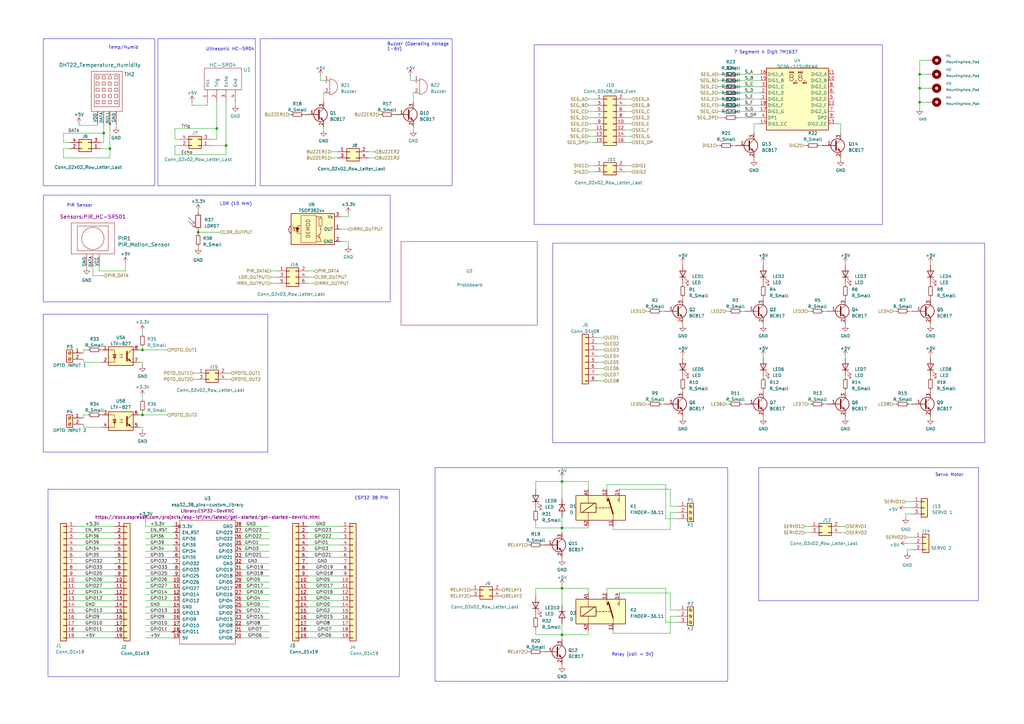
<source format=kicad_sch>
(kicad_sch (version 20220404) (generator eeschema)
  (paper "A3")
  (junction (at 45.085 60.96))
  (junction (at 88.9 52.705))
  (junction (at 377.19 41.91) (diameter 0.9144))
  (junction (at 377.19 30.48) (diameter 0.9144))
  (junction (at 230.505 197.485))
  (junction (at 92.71 59.69))
  (junction (at 377.19 36.195) (diameter 0.9144))
  (junction (at 58.42 143.51))
  (junction (at 230.505 260.35))
  (junction (at 230.505 241.3))
  (junction (at 58.42 170.18))
  (junction (at 42.545 54.61))
  (junction (at 81.28 95.25))
  (junction (at 230.505 216.535))
  (wire (pts (xy 92.71 63.5) (xy 92.71 59.69)))
  (wire (pts (xy 139.7 93.98) (xy 142.875 93.98)))
  (wire (pts (xy 248.92 241.3) (xy 273.05 241.3)))
  (wire (pts (xy 377.19 24.765) (xy 377.19 30.48)))
  (wire (pts (xy 256.54 50.8) (xy 259.08 50.8)))
  (wire (pts (xy 304.165 127.635) (xy 305.435 127.635)))
  (wire (pts (xy 47.625 50.8) (xy 47.625 52.07)))
  (wire (pts (xy 346.71 116.205) (xy 346.71 116.84)))
  (wire (pts (xy 38.1 113.03) (xy 42.545 113.03)))
  (wire (pts (xy 36.195 143.51) (xy 34.29 143.51)))
  (wire (pts (xy 381.635 121.92) (xy 381.635 122.555)))
  (wire (pts (xy 59.69 254) (xy 71.12 254)))
  (wire (pts (xy 88.9 41.91) (xy 88.9 52.705)))
  (wire (pts (xy 139.7 259.08) (xy 126.365 259.08)))
  (wire (pts (xy 247.65 138.43) (xy 245.11 138.43)))
  (wire (pts (xy 297.18 48.26) (xy 294.64 48.26)))
  (wire (pts (xy 31.115 220.98) (xy 46.99 220.98)))
  (wire (pts (xy 241.3 260.35) (xy 230.505 260.35)))
  (wire (pts (xy 58.42 170.18) (xy 58.42 168.91)))
  (wire (pts (xy 313.055 107.95) (xy 313.055 108.585)))
  (wire (pts (xy 241.3 258.445) (xy 241.3 260.35)))
  (wire (pts (xy 297.18 33.02) (xy 294.64 33.02)))
  (wire (pts (xy 241.3 241.3) (xy 241.3 243.205)))
  (wire (pts (xy 309.245 64.77) (xy 309.245 65.405)))
  (wire (pts (xy 302.26 30.48) (xy 311.785 30.48)))
  (wire (pts (xy 372.745 127.635) (xy 374.015 127.635)))
  (wire (pts (xy 139.7 223.52) (xy 126.365 223.52)))
  (wire (pts (xy 31.115 223.52) (xy 46.99 223.52)))
  (wire (pts (xy 99.06 226.06) (xy 110.49 226.06)))
  (wire (pts (xy 216.535 223.52) (xy 217.17 223.52)))
  (wire (pts (xy 280.035 121.92) (xy 280.035 122.555)))
  (wire (pts (xy 219.71 252.095) (xy 219.71 252.73)))
  (wire (pts (xy 247.65 140.97) (xy 245.11 140.97)))
  (wire (pts (xy 381.635 116.205) (xy 381.635 116.84)))
  (wire (pts (xy 219.71 260.35) (xy 230.505 260.35)))
  (wire (pts (xy 280.035 132.715) (xy 280.035 133.35)))
  (wire (pts (xy 230.505 240.03) (xy 230.505 241.3)))
  (wire (pts (xy 71.755 57.15) (xy 71.755 52.705)))
  (wire (pts (xy 169.545 38.1) (xy 169.545 41.91)))
  (wire (pts (xy 139.7 246.38) (xy 126.365 246.38)))
  (wire (pts (xy 31.115 256.54) (xy 46.99 256.54)))
  (wire (pts (xy 264.795 165.735) (xy 266.065 165.735)))
  (wire (pts (xy 230.505 197.485) (xy 230.505 204.47)))
  (wire (pts (xy 241.3 197.485) (xy 241.3 200.66)))
  (wire (pts (xy 31.115 248.92) (xy 46.99 248.92)))
  (wire (pts (xy 99.06 220.98) (xy 110.49 220.98)))
  (wire (pts (xy 92.71 59.69) (xy 86.36 59.69)))
  (wire (pts (xy 256.54 70.485) (xy 259.08 70.485)))
  (wire (pts (xy 247.65 143.51) (xy 245.11 143.51)))
  (wire (pts (xy 45.085 64.77) (xy 45.085 60.96)))
  (wire (pts (xy 59.69 251.46) (xy 71.12 251.46)))
  (wire (pts (xy 380.365 36.195) (xy 377.19 36.195)))
  (wire (pts (xy 280.035 107.95) (xy 280.035 108.585)))
  (wire (pts (xy 219.71 257.81) (xy 219.71 260.35)))
  (wire (pts (xy 302.26 35.56) (xy 311.785 35.56)))
  (wire (pts (xy 330.2 218.44) (xy 332.105 218.44)))
  (wire (pts (xy 329.565 59.69) (xy 330.835 59.69)))
  (wire (pts (xy 346.71 146.05) (xy 346.71 146.685)))
  (wire (pts (xy 372.745 165.735) (xy 374.015 165.735)))
  (wire (pts (xy 381.635 154.305) (xy 381.635 154.94)))
  (wire (pts (xy 128.905 111.125) (xy 126.365 111.125)))
  (wire (pts (xy 99.06 254) (xy 110.49 254)))
  (wire (pts (xy 219.71 216.535) (xy 230.505 216.535)))
  (wire (pts (xy 111.125 111.125) (xy 113.665 111.125)))
  (wire (pts (xy 132.715 33.02) (xy 131.445 33.02)))
  (wire (pts (xy 280.035 170.815) (xy 280.035 171.45)))
  (wire (pts (xy 40.005 51.435) (xy 40.005 50.8)))
  (wire (pts (xy 80.645 155.575) (xy 79.375 155.575)))
  (wire (pts (xy 297.18 30.48) (xy 294.64 30.48)))
  (wire (pts (xy 151.13 64.77) (xy 153.67 64.77)))
  (wire (pts (xy 59.69 241.3) (xy 71.12 241.3)))
  (wire (pts (xy 344.805 64.77) (xy 344.805 65.405)))
  (wire (pts (xy 297.18 43.18) (xy 294.64 43.18)))
  (wire (pts (xy 31.115 243.84) (xy 46.99 243.84)))
  (wire (pts (xy 371.475 205.74) (xy 374.015 205.74)))
  (wire (pts (xy 59.69 248.92) (xy 71.12 248.92)))
  (wire (pts (xy 139.7 261.62) (xy 126.365 261.62)))
  (wire (pts (xy 99.06 215.9) (xy 110.49 215.9)))
  (wire (pts (xy 346.71 121.92) (xy 346.71 122.555)))
  (wire (pts (xy 57.15 170.18) (xy 58.42 170.18)))
  (wire (pts (xy 313.055 146.05) (xy 313.055 146.685)))
  (wire (pts (xy 59.69 213.995) (xy 59.69 215.9)))
  (wire (pts (xy 346.71 107.95) (xy 346.71 108.585)))
  (wire (pts (xy 230.505 255.905) (xy 230.505 260.35)))
  (wire (pts (xy 139.7 226.06) (xy 126.365 226.06)))
  (wire (pts (xy 371.475 210.82) (xy 371.475 212.09)))
  (wire (pts (xy 313.055 154.305) (xy 313.055 154.94)))
  (wire (pts (xy 99.06 223.52) (xy 110.49 223.52)))
  (wire (pts (xy 99.06 233.68) (xy 110.49 233.68)))
  (wire (pts (xy 256.54 43.18) (xy 259.08 43.18)))
  (wire (pts (xy 99.06 238.76) (xy 110.49 238.76)))
  (wire (pts (xy 302.26 45.72) (xy 311.785 45.72)))
  (wire (pts (xy 230.505 272.415) (xy 230.505 273.05)))
  (wire (pts (xy 111.125 113.665) (xy 113.665 113.665)))
  (wire (pts (xy 243.84 55.88) (xy 241.3 55.88)))
  (wire (pts (xy 380.365 30.48) (xy 377.19 30.48)))
  (wire (pts (xy 45.085 50.8) (xy 45.085 60.96)))
  (wire (pts (xy 58.42 143.51) (xy 68.58 143.51)))
  (wire (pts (xy 243.84 53.34) (xy 241.3 53.34)))
  (wire (pts (xy 41.275 58.42) (xy 42.545 58.42)))
  (wire (pts (xy 31.115 228.6) (xy 46.99 228.6)))
  (wire (pts (xy 41.275 143.51) (xy 41.91 143.51)))
  (wire (pts (xy 26.035 54.61) (xy 42.545 54.61)))
  (wire (pts (xy 31.115 236.22) (xy 46.99 236.22)))
  (wire (pts (xy 81.28 95.25) (xy 81.28 95.885)))
  (wire (pts (xy 139.7 251.46) (xy 126.365 251.46)))
  (wire (pts (xy 331.47 127.635) (xy 332.74 127.635)))
  (wire (pts (xy 132.715 38.1) (xy 132.715 41.91)))
  (wire (pts (xy 57.15 143.51) (xy 58.42 143.51)))
  (wire (pts (xy 26.035 60.96) (xy 26.035 64.77)))
  (wire (pts (xy 59.69 218.44) (xy 71.12 218.44)))
  (wire (pts (xy 302.26 48.26) (xy 311.785 48.26)))
  (wire (pts (xy 81.28 100.965) (xy 81.28 101.6)))
  (wire (pts (xy 139.7 215.9) (xy 126.365 215.9)))
  (wire (pts (xy 40.64 109.22) (xy 40.64 111.125)))
  (wire (pts (xy 59.69 223.52) (xy 71.12 223.52)))
  (wire (pts (xy 313.055 116.205) (xy 313.055 116.84)))
  (wire (pts (xy 313.055 170.815) (xy 313.055 171.45)))
  (wire (pts (xy 230.505 241.3) (xy 230.505 248.285)))
  (wire (pts (xy 59.69 228.6) (xy 71.12 228.6)))
  (wire (pts (xy 251.46 215.9) (xy 251.46 217.17)))
  (wire (pts (xy 85.09 43.18) (xy 78.74 43.18)))
  (wire (pts (xy 81.28 95.25) (xy 90.17 95.25)))
  (wire (pts (xy 96.52 41.91) (xy 96.52 43.18)))
  (wire (pts (xy 256.54 53.34) (xy 259.08 53.34)))
  (wire (pts (xy 337.82 165.735) (xy 339.09 165.735)))
  (wire (pts (xy 139.7 236.22) (xy 126.365 236.22)))
  (wire (pts (xy 34.29 175.26) (xy 41.91 175.26)))
  (wire (pts (xy 274.955 210.185) (xy 278.13 210.185)))
  (wire (pts (xy 248.92 198.755) (xy 273.05 198.755)))
  (wire (pts (xy 81.28 94.615) (xy 81.28 95.25)))
  (wire (pts (xy 42.545 50.8) (xy 42.545 54.61)))
  (wire (pts (xy 34.29 170.18) (xy 34.29 171.45)))
  (wire (pts (xy 346.71 132.715) (xy 346.71 133.35)))
  (wire (pts (xy 99.06 261.62) (xy 110.49 261.62)))
  (wire (pts (xy 346.71 154.305) (xy 346.71 154.94)))
  (wire (pts (xy 247.65 146.05) (xy 245.11 146.05)))
  (wire (pts (xy 142.875 99.06) (xy 142.875 100.965)))
  (wire (pts (xy 256.54 48.26) (xy 259.08 48.26)))
  (wire (pts (xy 42.545 54.61) (xy 42.545 58.42)))
  (wire (pts (xy 243.84 70.485) (xy 241.3 70.485)))
  (wire (pts (xy 219.71 241.3) (xy 219.71 244.475)))
  (wire (pts (xy 131.445 31.115) (xy 131.445 33.02)))
  (wire (pts (xy 346.71 215.9) (xy 344.805 215.9)))
  (wire (pts (xy 313.055 132.715) (xy 313.055 133.35)))
  (wire (pts (xy 58.42 143.51) (xy 58.42 142.24)))
  (wire (pts (xy 71.12 215.9) (xy 59.69 215.9)))
  (wire (pts (xy 280.035 116.205) (xy 280.035 116.84)))
  (wire (pts (xy 311.785 50.8) (xy 309.245 50.8)))
  (wire (pts (xy 330.2 215.9) (xy 332.105 215.9)))
  (wire (pts (xy 374.65 225.425) (xy 372.11 225.425)))
  (wire (pts (xy 58.42 175.26) (xy 58.42 176.53)))
  (wire (pts (xy 41.275 170.18) (xy 41.91 170.18)))
  (wire (pts (xy 38.1 109.22) (xy 38.1 113.03)))
  (wire (pts (xy 31.115 254) (xy 46.99 254)))
  (wire (pts (xy 297.18 38.1) (xy 294.64 38.1)))
  (wire (pts (xy 219.71 197.485) (xy 230.505 197.485)))
  (wire (pts (xy 86.36 57.15) (xy 88.9 57.15)))
  (wire (pts (xy 274.955 207.645) (xy 278.13 207.645)))
  (wire (pts (xy 309.245 50.8) (xy 309.245 54.61)))
  (wire (pts (xy 241.3 216.535) (xy 230.505 216.535)))
  (wire (pts (xy 73.66 59.69) (xy 71.755 59.69)))
  (wire (pts (xy 139.7 228.6) (xy 126.365 228.6)))
  (wire (pts (xy 36.195 170.18) (xy 34.29 170.18)))
  (wire (pts (xy 81.28 86.36) (xy 81.28 86.995)))
  (wire (pts (xy 59.69 236.22) (xy 71.12 236.22)))
  (wire (pts (xy 256.54 45.72) (xy 259.08 45.72)))
  (wire (pts (xy 219.71 241.3) (xy 230.505 241.3)))
  (wire (pts (xy 99.06 236.22) (xy 110.49 236.22)))
  (wire (pts (xy 216.535 267.335) (xy 217.17 267.335)))
  (wire (pts (xy 247.65 153.67) (xy 245.11 153.67)))
  (wire (pts (xy 342.265 50.8) (xy 344.805 50.8)))
  (wire (pts (xy 33.655 147.32) (xy 34.29 147.32)))
  (wire (pts (xy 346.71 160.02) (xy 346.71 160.655)))
  (wire (pts (xy 248.92 198.755) (xy 248.92 200.66)))
  (wire (pts (xy 34.29 143.51) (xy 34.29 144.78)))
  (wire (pts (xy 88.9 52.705) (xy 88.9 57.15)))
  (wire (pts (xy 34.29 144.78) (xy 33.655 144.78)))
  (wire (pts (xy 366.395 127.635) (xy 367.665 127.635)))
  (wire (pts (xy 28.575 60.96) (xy 26.035 60.96)))
  (wire (pts (xy 374.015 210.82) (xy 371.475 210.82)))
  (wire (pts (xy 251.46 259.715) (xy 274.955 259.715)))
  (wire (pts (xy 230.505 260.35) (xy 230.505 262.255)))
  (wire (pts (xy 45.085 60.96) (xy 41.275 60.96)))
  (wire (pts (xy 377.19 41.91) (xy 377.19 44.45)))
  (wire (pts (xy 135.89 64.77) (xy 138.43 64.77)))
  (wire (pts (xy 155.575 46.99) (xy 156.21 46.99)))
  (wire (pts (xy 99.06 228.6) (xy 110.49 228.6)))
  (wire (pts (xy 243.84 67.945) (xy 241.3 67.945)))
  (wire (pts (xy 219.71 197.485) (xy 219.71 200.66)))
  (wire (pts (xy 85.09 41.91) (xy 85.09 43.18)))
  (wire (pts (xy 57.15 148.59) (xy 58.42 148.59)))
  (wire (pts (xy 99.06 218.44) (xy 110.49 218.44)))
  (wire (pts (xy 59.69 261.62) (xy 71.12 261.62)))
  (wire (pts (xy 59.69 256.54) (xy 71.12 256.54)))
  (wire (pts (xy 377.19 30.48) (xy 377.19 36.195)))
  (wire (pts (xy 139.7 243.84) (xy 126.365 243.84)))
  (wire (pts (xy 92.71 41.91) (xy 92.71 59.69)))
  (wire (pts (xy 297.18 40.64) (xy 294.64 40.64)))
  (wire (pts (xy 230.505 228.6) (xy 230.505 229.235)))
  (wire (pts (xy 274.955 252.73) (xy 278.13 252.73)))
  (wire (pts (xy 139.7 99.06) (xy 142.875 99.06)))
  (wire (pts (xy 372.11 222.885) (xy 374.65 222.885)))
  (wire (pts (xy 241.3 215.9) (xy 241.3 216.535)))
  (wire (pts (xy 274.955 217.17) (xy 274.955 210.185)))
  (wire (pts (xy 135.89 62.23) (xy 138.43 62.23)))
  (wire (pts (xy 274.955 243.205) (xy 274.955 250.19)))
  (wire (pts (xy 128.905 113.665) (xy 126.365 113.665)))
  (wire (pts (xy 278.13 255.27) (xy 273.05 255.27)))
  (wire (pts (xy 381.635 146.05) (xy 381.635 146.685)))
  (wire (pts (xy 331.47 165.735) (xy 332.74 165.735)))
  (wire (pts (xy 31.115 215.9) (xy 46.99 215.9)))
  (wire (pts (xy 381.635 132.715) (xy 381.635 133.35)))
  (wire (pts (xy 99.06 246.38) (xy 110.49 246.38)))
  (wire (pts (xy 274.955 200.66) (xy 274.955 207.645)))
  (wire (pts (xy 241.3 197.485) (xy 230.505 197.485)))
  (wire (pts (xy 302.26 40.64) (xy 311.785 40.64)))
  (wire (pts (xy 243.84 48.26) (xy 241.3 48.26)))
  (wire (pts (xy 297.18 35.56) (xy 294.64 35.56)))
  (wire (pts (xy 230.505 196.215) (xy 230.505 197.485)))
  (wire (pts (xy 381.635 107.95) (xy 381.635 108.585)))
  (wire (pts (xy 344.805 50.8) (xy 344.805 54.61)))
  (wire (pts (xy 230.505 212.09) (xy 230.505 216.535)))
  (wire (pts (xy 243.84 45.72) (xy 241.3 45.72)))
  (wire (pts (xy 99.06 231.14) (xy 110.49 231.14)))
  (wire (pts (xy 93.345 153.035) (xy 94.615 153.035)))
  (wire (pts (xy 161.29 46.99) (xy 161.925 46.99)))
  (wire (pts (xy 31.115 238.76) (xy 46.99 238.76)))
  (wire (pts (xy 142.875 87.63) (xy 142.875 88.9)))
  (wire (pts (xy 59.69 226.06) (xy 71.12 226.06)))
  (wire (pts (xy 51.435 111.125) (xy 51.435 107.95)))
  (wire (pts (xy 31.115 231.14) (xy 46.99 231.14)))
  (wire (pts (xy 31.115 246.38) (xy 46.99 246.38)))
  (wire (pts (xy 230.505 216.535) (xy 230.505 218.44)))
  (wire (pts (xy 271.145 127.635) (xy 272.415 127.635)))
  (wire (pts (xy 99.06 251.46) (xy 110.49 251.46)))
  (wire (pts (xy 304.165 165.735) (xy 305.435 165.735)))
  (wire (pts (xy 219.71 213.995) (xy 219.71 216.535)))
  (wire (pts (xy 169.545 33.02) (xy 168.275 33.02)))
  (wire (pts (xy 31.115 251.46) (xy 46.99 251.46)))
  (wire (pts (xy 139.7 254) (xy 126.365 254)))
  (wire (pts (xy 254 243.205) (xy 274.955 243.205)))
  (wire (pts (xy 274.955 250.19) (xy 278.13 250.19)))
  (wire (pts (xy 256.54 55.88) (xy 259.08 55.88)))
  (wire (pts (xy 219.71 208.28) (xy 219.71 208.915)))
  (wire (pts (xy 273.05 255.27) (xy 273.05 241.3)))
  (wire (pts (xy 139.7 231.14) (xy 126.365 231.14)))
  (wire (pts (xy 380.365 24.765) (xy 377.19 24.765)))
  (wire (pts (xy 243.84 58.42) (xy 241.3 58.42)))
  (wire (pts (xy 302.26 43.18) (xy 311.785 43.18)))
  (wire (pts (xy 40.64 111.125) (xy 51.435 111.125)))
  (wire (pts (xy 32.385 51.435) (xy 40.005 51.435)))
  (wire (pts (xy 35.56 109.22) (xy 35.56 109.855)))
  (wire (pts (xy 31.115 259.08) (xy 46.99 259.08)))
  (wire (pts (xy 124.46 46.99) (xy 125.095 46.99)))
  (wire (pts (xy 139.7 241.3) (xy 126.365 241.3)))
  (wire (pts (xy 278.13 212.725) (xy 273.05 212.725)))
  (wire (pts (xy 335.915 59.69) (xy 337.185 59.69)))
  (wire (pts (xy 168.275 31.115) (xy 168.275 33.02)))
  (wire (pts (xy 31.115 226.06) (xy 46.99 226.06)))
  (wire (pts (xy 372.11 225.425) (xy 372.11 226.695)))
  (wire (pts (xy 243.84 43.18) (xy 241.3 43.18)))
  (wire (pts (xy 26.035 64.77) (xy 45.085 64.77)))
  (wire (pts (xy 302.26 38.1) (xy 311.785 38.1)))
  (wire (pts (xy 59.69 233.68) (xy 71.12 233.68)))
  (wire (pts (xy 254 200.66) (xy 274.955 200.66)))
  (wire (pts (xy 297.18 45.72) (xy 294.64 45.72)))
  (wire (pts (xy 294.005 59.69) (xy 295.275 59.69)))
  (wire (pts (xy 280.035 160.02) (xy 280.035 160.655)))
  (wire (pts (xy 251.46 258.445) (xy 251.46 259.715)))
  (wire (pts (xy 139.7 88.9) (xy 142.875 88.9)))
  (wire (pts (xy 313.055 160.02) (xy 313.055 160.655)))
  (wire (pts (xy 256.54 58.42) (xy 259.08 58.42)))
  (wire (pts (xy 59.69 259.08) (xy 71.12 259.08)))
  (wire (pts (xy 139.7 220.98) (xy 126.365 220.98)))
  (wire (pts (xy 243.84 50.8) (xy 241.3 50.8)))
  (wire (pts (xy 31.115 261.62) (xy 46.99 261.62)))
  (wire (pts (xy 302.26 33.02) (xy 311.785 33.02)))
  (wire (pts (xy 377.19 36.195) (xy 377.19 41.91)))
  (wire (pts (xy 222.25 223.52) (xy 222.885 223.52)))
  (wire (pts (xy 118.745 46.99) (xy 119.38 46.99)))
  (wire (pts (xy 346.71 170.815) (xy 346.71 171.45)))
  (wire (pts (xy 151.13 62.23) (xy 153.67 62.23)))
  (wire (pts (xy 280.035 146.05) (xy 280.035 146.685)))
  (wire (pts (xy 381.635 170.815) (xy 381.635 171.45)))
  (wire (pts (xy 59.69 246.38) (xy 71.12 246.38)))
  (wire (pts (xy 300.355 59.69) (xy 301.625 59.69)))
  (wire (pts (xy 59.69 220.98) (xy 71.12 220.98)))
  (wire (pts (xy 264.795 127.635) (xy 266.065 127.635)))
  (wire (pts (xy 71.755 52.705) (xy 88.9 52.705)))
  (wire (pts (xy 366.395 165.735) (xy 367.665 165.735)))
  (wire (pts (xy 99.06 243.84) (xy 110.49 243.84)))
  (wire (pts (xy 222.25 267.335) (xy 222.885 267.335)))
  (wire (pts (xy 32.385 50.8) (xy 32.385 51.435)))
  (wire (pts (xy 71.755 59.69) (xy 71.755 63.5)))
  (wire (pts (xy 34.29 171.45) (xy 33.655 171.45)))
  (wire (pts (xy 139.7 248.92) (xy 126.365 248.92)))
  (wire (pts (xy 33.655 173.99) (xy 34.29 173.99)))
  (wire (pts (xy 58.42 170.18) (xy 68.58 170.18)))
  (wire (pts (xy 34.29 173.99) (xy 34.29 175.26)))
  (wire (pts (xy 99.06 259.08) (xy 110.49 259.08)))
  (wire (pts (xy 93.345 155.575) (xy 94.615 155.575)))
  (wire (pts (xy 243.84 40.64) (xy 241.3 40.64)))
  (wire (pts (xy 28.575 58.42) (xy 26.035 58.42)))
  (wire (pts (xy 273.05 212.725) (xy 273.05 198.755)))
  (wire (pts (xy 59.69 238.76) (xy 71.12 238.76)))
  (wire (pts (xy 256.54 40.64) (xy 259.08 40.64)))
  (wire (pts (xy 26.035 58.42) (xy 26.035 54.61)))
  (wire (pts (xy 346.71 218.44) (xy 344.805 218.44)))
  (wire (pts (xy 99.06 241.3) (xy 110.49 241.3)))
  (wire (pts (xy 31.115 241.3) (xy 46.99 241.3)))
  (wire (pts (xy 280.035 154.305) (xy 280.035 154.94)))
  (wire (pts (xy 139.7 233.68) (xy 126.365 233.68)))
  (wire (pts (xy 251.46 217.17) (xy 274.955 217.17)))
  (wire (pts (xy 372.11 220.345) (xy 374.65 220.345)))
  (wire (pts (xy 34.29 147.32) (xy 34.29 148.59)))
  (wire (pts (xy 256.54 67.945) (xy 259.08 67.945)))
  (wire (pts (xy 371.475 208.28) (xy 374.015 208.28)))
  (wire (pts (xy 31.115 233.68) (xy 46.99 233.68)))
  (wire (pts (xy 71.755 63.5) (xy 92.71 63.5)))
  (wire (pts (xy 132.715 52.07) (xy 132.715 53.34)))
  (wire (pts (xy 274.955 259.715) (xy 274.955 252.73)))
  (wire (pts (xy 139.7 256.54) (xy 126.365 256.54)))
  (wire (pts (xy 73.66 57.15) (xy 71.755 57.15)))
  (wire (pts (xy 247.65 151.13) (xy 245.11 151.13)))
  (wire (pts (xy 313.055 121.92) (xy 313.055 122.555)))
  (wire (pts (xy 80.645 153.035) (xy 79.375 153.035)))
  (wire (pts (xy 381.635 160.02) (xy 381.635 160.655)))
  (wire (pts (xy 241.3 241.3) (xy 230.505 241.3)))
  (wire (pts (xy 59.69 243.84) (xy 71.12 243.84)))
  (wire (pts (xy 31.115 218.44) (xy 46.99 218.44)))
  (wire (pts (xy 57.15 175.26) (xy 58.42 175.26)))
  (wire (pts (xy 337.82 127.635) (xy 339.09 127.635)))
  (wire (pts (xy 58.42 135.89) (xy 58.42 137.16)))
  (wire (pts (xy 59.69 231.14) (xy 71.12 231.14)))
  (wire (pts (xy 248.92 241.3) (xy 248.92 243.205)))
  (wire (pts (xy 169.545 52.07) (xy 169.545 53.34)))
  (wire (pts (xy 271.145 165.735) (xy 272.415 165.735)))
  (wire (pts (xy 99.06 256.54) (xy 110.49 256.54)))
  (wire (pts (xy 297.815 165.735) (xy 299.085 165.735)))
  (wire (pts (xy 139.7 238.76) (xy 126.365 238.76)))
  (wire (pts (xy 99.06 248.92) (xy 110.49 248.92)))
  (wire (pts (xy 128.905 116.205) (xy 126.365 116.205)))
  (wire (pts (xy 380.365 41.91) (xy 377.19 41.91)))
  (wire (pts (xy 34.29 148.59) (xy 41.91 148.59)))
  (wire (pts (xy 139.7 218.44) (xy 126.365 218.44)))
  (wire (pts (xy 78.74 41.91) (xy 78.74 43.18)))
  (wire (pts (xy 247.65 156.21) (xy 245.11 156.21)))
  (wire (pts (xy 247.65 148.59) (xy 245.11 148.59)))
  (wire (pts (xy 297.815 127.635) (xy 299.085 127.635)))
  (wire (pts (xy 58.42 162.56) (xy 58.42 163.83)))
  (wire (pts (xy 58.42 148.59) (xy 58.42 149.86)))
  (wire (pts (xy 111.125 116.205) (xy 113.665 116.205)))
  (rectangle (start 106.68 15.875) (end 185.42 76.2))
  (rectangle (start 17.78 80.01) (end 160.02 123.825))
  (rectangle (start 17.78 128.905) (end 109.855 185.42))
  (rectangle (start 311.15 191.77) (end 401.32 246.38))
  (rectangle (start 17.78 15.875) (end 63.5 76.2))
  (rectangle (start 178.435 191.77) (end 298.45 279.4))
  (rectangle (start 64.77 15.875) (end 104.775 76.2))
  (rectangle (start 19.685 200.66) (end 163.83 277.495))
  (rectangle (start 226.695 99.695) (end 403.86 181.61))
  (rectangle (start 219.075 18.415) (end 361.95 92.075))
  (text "Buzzer (Operating Voltage\n1-6V)" (at 158.75 20.955 0) (effects (font (size 1.27 1.27)) (justify left bottom)))
  (text "Temp/Humid" (at 44.45 20.32 0) (effects (font (size 1.27 1.27)) (justify left bottom)))
  (text "PIR Sensor" (at 27.305 85.09 0) (effects (font (size 1.27 1.27)) (justify left bottom)))
  (text "LDR (10 mm)" (at 90.17 84.455 0) (effects (font (size 1.27 1.27)) (justify left bottom)))
  (text "Relay (coil = 5V)" (at 250.825 269.24 0) (effects (font (size 1.27 1.27)) (justify left bottom)))
  (text "7 Segment 4 Digit TM1637" (at 300.99 22.225 0) (effects (font (size 1.27 1.27)) (justify left bottom)))
  (text "Ultrasonic HC-SR04" (at 84.455 20.955 0) (effects (font (size 1.27 1.27)) (justify left bottom)))
  (text "Servo Motor" (at 383.54 195.58 0) (effects (font (size 1.27 1.27)) (justify left bottom)))
  (text "ESP32 38 PIN" (at 145.415 205.105 0) (effects (font (size 1.27 1.27)) (justify left bottom)))
  (label "GPIO15" (at 100.965 254 0))
  (label "GPIO5" (at 129.54 238.76 0))
  (label "GND" (at 101.6 231.14 0))
  (label "+3.3V" (at 34.925 215.9 0))
  (label "GPI34" (at 61.595 226.06 0))
  (label "GPIO21" (at 128.905 228.6 0))
  (label "GPIO4" (at 129.54 246.38 0))
  (label "GPIO26" (at 34.925 238.76 0))
  (label "GPIO6" (at 130.175 261.62 0))
  (label "GPIO23" (at 128.905 218.44 0))
  (label "GPIO33" (at 34.925 233.68 0))
  (label "GPIO7" (at 130.175 259.08 0))
  (label "GPIO8" (at 129.54 256.54 0))
  (label "GPIO16" (at 129.54 243.84 0))
  (label "GPIO25" (at 34.925 236.22 0))
  (label "GPIO22" (at 128.905 220.98 0))
  (label "GPIO9" (at 61.595 254 0))
  (label "GPI34" (at 34.925 226.06 0))
  (label "GPIO3" (at 128.905 226.06 0))
  (label "S_B" (at 305.435 33.02 0))
  (label "GPIO27" (at 34.925 241.3 0))
  (label "GPIO17" (at 100.965 241.3 0))
  (label "GND" (at 129.54 215.9 0))
  (label "GPIO1" (at 100.33 223.52 0))
  (label "GPI35" (at 34.925 228.6 0))
  (label "GPIO8" (at 100.965 256.54 0))
  (label "GPIO5" (at 100.965 238.76 0))
  (label "GPIO11" (at 34.925 259.08 0))
  (label "+5V" (at 34.925 261.62 0))
  (label "GPIO7" (at 101.6 259.08 0))
  (label "S_F" (at 305.435 43.18 0))
  (label "GPIO11" (at 61.595 259.08 0))
  (label "GPIO15" (at 129.54 254 0))
  (label "GND" (at 61.595 248.92 0))
  (label "S_A" (at 305.435 30.48 0))
  (label "GND" (at 34.925 248.92 0))
  (label "GPIO4" (at 100.965 246.38 0))
  (label "GPI39" (at 61.595 223.52 0))
  (label "GPIO23" (at 100.33 218.44 0))
  (label "GPIO27" (at 61.595 241.3 0))
  (label "GPIO12" (at 61.595 246.38 0))
  (label "GPI36" (at 61.595 220.98 0))
  (label "EN_RST" (at 61.595 218.44 0))
  (label "GPI39" (at 34.925 223.52 0))
  (label "Trig" (at 74.295 52.705 0))
  (label "GND" (at 100.965 215.9 0))
  (label "GPIO0" (at 100.965 248.92 0))
  (label "GPIO32" (at 34.925 231.14 0))
  (label "S_E" (at 305.435 40.64 0))
  (label "DATA" (at 27.94 54.61 0))
  (label "GPIO21" (at 100.33 228.6 0))
  (label "GPIO2" (at 100.965 251.46 0))
  (label "GPIO26" (at 61.595 238.76 0))
  (label "S_G" (at 305.435 45.72 0))
  (label "GPI35" (at 61.595 228.6 0))
  (label "GPIO10" (at 61.595 256.54 0))
  (label "GND" (at 130.175 231.14 0))
  (label "GPIO32" (at 61.595 231.14 0))
  (label "GPIO18" (at 100.965 236.22 0))
  (label "EN_RST" (at 34.925 218.44 0))
  (label "GPIO12" (at 34.925 246.38 0))
  (label "GPIO25" (at 61.595 236.22 0))
  (label "Echo" (at 74.295 63.5 0))
  (label "GPIO0" (at 129.54 248.92 0))
  (label "S_C" (at 305.435 35.56 0))
  (label "GPIO1" (at 128.905 223.52 0))
  (label "GPIO2" (at 129.54 251.46 0))
  (label "+5V" (at 61.595 261.62 0))
  (label "S_DP" (at 305.435 48.26 0))
  (label "GPIO16" (at 100.965 243.84 0))
  (label "GPIO22" (at 100.33 220.98 0))
  (label "GPIO9" (at 34.925 254 0))
  (label "GPIO19" (at 100.965 233.68 0))
  (label "GPI36" (at 34.925 220.98 0))
  (label "S_D" (at 305.435 38.1 0))
  (label "GPIO13" (at 61.595 251.46 0))
  (label "GPIO10" (at 34.925 256.54 0))
  (label "GPIO3" (at 100.33 226.06 0))
  (label "GPIO14" (at 61.595 243.84 0))
  (label "GPIO6" (at 101.6 261.62 0))
  (label "GPIO33" (at 61.595 233.68 0))
  (label "GPIO14" (at 34.925 243.84 0))
  (label "GPIO17" (at 129.54 241.3 0))
  (label "GPIO18" (at 129.54 236.22 0))
  (label "+3.3V" (at 61.595 215.9 0))
  (label "GPIO13" (at 34.925 251.46 0))
  (label "GPIO19" (at 129.54 233.68 0))
  (hierarchical_label "DIG2" (shape input) (at 259.08 70.485 0))
  (hierarchical_label "SERVO2" (shape input) (at 330.2 218.44 180))
  (hierarchical_label "LED3" (shape input) (at 331.47 127.635 180))
  (hierarchical_label "SEG_E" (shape input) (at 241.3 50.8 180))
  (hierarchical_label "IRRX_OUTPUT" (shape input) (at 111.125 116.205 180))
  (hierarchical_label "SEG_D" (shape input) (at 259.08 48.26 0))
  (hierarchical_label "LED4" (shape input) (at 366.395 127.635 180))
  (hierarchical_label "LED2" (shape input) (at 297.815 127.635 180))
  (hierarchical_label "RELAY1" (shape input) (at 193.04 241.935 180))
  (hierarchical_label "PIR_DATA" (shape input) (at 111.125 111.125 180))
  (hierarchical_label "LDR_OUTPUT" (shape input) (at 90.17 95.25 0))
  (hierarchical_label "DIG1" (shape input) (at 259.08 67.945 0))
  (hierarchical_label "LED8" (shape input) (at 247.65 156.21 0))
  (hierarchical_label "BUZZER1" (shape input) (at 118.745 46.99 180))
  (hierarchical_label "SEG_A" (shape input) (at 259.08 40.64 0))
  (hierarchical_label "RELAY1" (shape input) (at 216.535 223.52 180))
  (hierarchical_label "LED8" (shape input) (at 366.395 165.735 180))
  (hierarchical_label "IRRX_OUTPUT" (shape input) (at 128.905 116.205 0))
  (hierarchical_label "SERVO1" (shape input) (at 330.2 215.9 180))
  (hierarchical_label "RELAY1" (shape input) (at 205.74 241.935 0))
  (hierarchical_label "RELAY2" (shape input) (at 205.74 244.475 0))
  (hierarchical_label "SEG_B" (shape input) (at 259.08 43.18 0))
  (hierarchical_label "BUZZER2" (shape input) (at 153.67 64.77 0))
  (hierarchical_label "SEG_D" (shape input) (at 294.64 38.1 180))
  (hierarchical_label "SEG_E" (shape input) (at 259.08 50.8 0))
  (hierarchical_label "LED4" (shape input) (at 247.65 146.05 0))
  (hierarchical_label "POTO_OUT2" (shape input) (at 94.615 155.575 0))
  (hierarchical_label "LED6" (shape input) (at 247.65 151.13 0))
  (hierarchical_label "SEG_E" (shape input) (at 294.64 40.64 180))
  (hierarchical_label "LDR_OUTPUT" (shape input) (at 111.125 113.665 180))
  (hierarchical_label "SERVO2" (shape input) (at 346.71 218.44 0))
  (hierarchical_label "LDR_OUTPUT" (shape input) (at 128.905 113.665 0))
  (hierarchical_label "SERVO1" (shape input) (at 346.71 215.9 0))
  (hierarchical_label "BUZZER2" (shape input) (at 155.575 46.99 180))
  (hierarchical_label "RELAY2" (shape input) (at 193.04 244.475 180))
  (hierarchical_label "RELAY2" (shape input) (at 216.535 267.335 180))
  (hierarchical_label "LED5" (shape input) (at 247.65 148.59 0))
  (hierarchical_label "LED3" (shape input) (at 247.65 143.51 0))
  (hierarchical_label "LED6" (shape input) (at 297.815 165.735 180))
  (hierarchical_label "SEG_G" (shape input) (at 241.3 55.88 180))
  (hierarchical_label "POTO_OUT1" (shape input) (at 94.615 153.035 0))
  (hierarchical_label "SEG_B" (shape input) (at 294.64 33.02 180))
  (hierarchical_label "SEG_A" (shape input) (at 294.64 30.48 180))
  (hierarchical_label "LED1" (shape input) (at 264.795 127.635 180))
  (hierarchical_label "LED1" (shape input) (at 247.65 138.43 0))
  (hierarchical_label "LED5" (shape input) (at 264.795 165.735 180))
  (hierarchical_label "SEG_G" (shape input) (at 294.64 45.72 180))
  (hierarchical_label "PIR_DATA" (shape input) (at 42.545 113.03 0))
  (hierarchical_label "SERVO2" (shape input) (at 372.11 220.345 180))
  (hierarchical_label "POTO_OUT1" (shape input) (at 68.58 143.51 0))
  (hierarchical_label "SEG_F" (shape input) (at 241.3 53.34 180))
  (hierarchical_label "DIG1" (shape input) (at 241.3 67.945 180))
  (hierarchical_label "SEG_F" (shape input) (at 294.64 43.18 180))
  (hierarchical_label "POTO_OUT1" (shape input) (at 79.375 153.035 180))
  (hierarchical_label "SEG_D" (shape input) (at 241.3 48.26 180))
  (hierarchical_label "LED7" (shape input) (at 247.65 153.67 0))
  (hierarchical_label "SEG_F" (shape input) (at 259.08 53.34 0))
  (hierarchical_label "DIG2" (shape input) (at 241.3 70.485 180))
  (hierarchical_label "SEG_C" (shape input) (at 241.3 45.72 180))
  (hierarchical_label "POTO_OUT2" (shape input) (at 68.58 170.18 0))
  (hierarchical_label "SEG_DP" (shape input) (at 241.3 58.42 180))
  (hierarchical_label "DIG2" (shape input) (at 329.565 59.69 180))
  (hierarchical_label "SEG_DP" (shape input) (at 294.64 48.26 180))
  (hierarchical_label "SEG_DP" (shape input) (at 259.08 58.42 0))
  (hierarchical_label "BUZZER1" (shape input) (at 135.89 62.23 180))
  (hierarchical_label "POTO_OUT2" (shape input) (at 79.375 155.575 180))
  (hierarchical_label "LED2" (shape input) (at 247.65 140.97 0))
  (hierarchical_label "BUZZER1" (shape input) (at 135.89 64.77 180))
  (hierarchical_label "BUZZER2" (shape input) (at 153.67 62.23 0))
  (hierarchical_label "PIR_DATA" (shape input) (at 128.905 111.125 0))
  (hierarchical_label "SERVO1" (shape input) (at 371.475 205.74 180))
  (hierarchical_label "SEG_A" (shape input) (at 241.3 40.64 180))
  (hierarchical_label "LED7" (shape input) (at 331.47 165.735 180))
  (hierarchical_label "DIG1" (shape input) (at 294.005 59.69 180))
  (hierarchical_label "SEG_B" (shape input) (at 241.3 43.18 180))
  (hierarchical_label "SEG_G" (shape input) (at 259.08 55.88 0))
  (hierarchical_label "SEG_C" (shape input) (at 294.64 35.56 180))
  (hierarchical_label "SEG_C" (shape input) (at 259.08 45.72 0))
  (hierarchical_label "IRRX_OUTPUT" (shape input) (at 142.875 93.98 0))
  (symbol (lib_id "power:GND") (at 280.035 133.35 0) (unit 1)
    (default_instance (reference "#PWR") (unit 1) (value "GND") (footprint ""))
    (property "Reference" "#PWR05" (effects hide))
    (property "Value" "GND" (at 280.035 137.795 0))
  )
  (symbol (lib_id "power:+5V") (at 78.74 41.91 0) (unit 1)
    (default_instance (reference "#PWR") (unit 1) (value "+5V") (footprint ""))
    (property "Reference" "#PWR030" (effects hide))
    (property "Value" "+5V" (at 78.74 38.1 0))
  )
  (symbol (lib_id "Device:R_Small") (at 299.72 40.64 90) (unit 1)
    (default_instance (reference "R") (unit 1) (value "R_Small") (footprint ""))
    (property "Reference" "R27" (at 299.72 35.56 90))
    (property "Value" "R_Small" (at 299.72 38.1 90))
    (property "Footprint" "Resistor_SMD:R_0603_1608Metric" (effects hide))
  )
  (symbol (lib_id "power:GND") (at 313.055 133.35 0) (unit 1)
    (default_instance (reference "#PWR") (unit 1) (value "GND") (footprint ""))
    (property "Reference" "#PWR08" (effects hide))
    (property "Value" "GND" (at 313.055 137.795 0))
  )
  (symbol (lib_id "Device:R_Small") (at 58.42 166.37 180) (unit 1)
    (default_instance (reference "R") (unit 1) (value "R_Small") (footprint ""))
    (property "Reference" "R36" (at 60.325 165.735 0) (effects (justify right)))
    (property "Value" "R_Small" (at 60.325 168.275 0) (effects (justify right)))
    (property "Footprint" "Resistor_SMD:R_0603_1608Metric" (effects hide))
  )
  (symbol (lib_id "power:GND") (at 280.035 171.45 0) (unit 1)
    (default_instance (reference "#PWR") (unit 1) (value "GND") (footprint ""))
    (property "Reference" "#PWR014" (effects hide))
    (property "Value" "GND" (at 280.035 175.895 0))
  )
  (symbol (lib_id "Mechanical:MountingHole_Pad") (at 382.905 41.91 270) (unit 1)
    (default_instance (reference "U") (unit 1) (value "") (footprint ""))
    (property "Reference" "H4" (at 387.985 40.005 90) (effects (font (size 1 1)) (justify left)))
    (property "Value" "MountingHole_Pad" (at 387.985 42.545 90) (effects (font (size 1 1)) (justify left)))
    (property "Footprint" "MountingHole:MountingHole_3.2mm_M3_Pad_Via" (effects hide))
  )
  (symbol (lib_id "Connector_Generic:Conn_02x02_Odd_Even") (at 248.92 67.945 0) (unit 1)
    (default_instance (reference "J") (unit 1) (value "Conn_02x02_Row_Letter_Last") (footprint ""))
    (property "Reference" "J11" (at 250.825 65.405 0))
    (property "Value" "Conn_02x02_Row_Letter_Last" (at 249.555 74.93 0))
    (property "Footprint" "Connector_PinSocket_2.54mm:PinSocket_2x02_P2.54mm_Vertical" (effects hide))
  )
  (symbol (lib_id "Relay:FINDER-36.11") (at 246.38 208.28 0) (unit 1)
    (default_instance (reference "K") (unit 1) (value "FINDER-36.11") (footprint "Relay_THT:Relay_SPDT_Finder_36.11"))
    (property "Reference" "K1" (at 258.445 207.645 0) (effects (justify left)))
    (property "Value" "FINDER-36.11" (at 258.445 210.185 0) (effects (justify left)))
    (property "Footprint" "Relay_THT:Relay_SPDT_Finder_36.11" (effects hide))
    (property "Datasheet" "https://gfinder.findernet.com/public/attachments/36/EN/S36EN.pdf" (effects hide))
  )
  (symbol (lib_id "power:+5V") (at 372.11 222.885 90) (unit 1)
    (default_instance (reference "#PWR") (unit 1) (value "+5V") (footprint ""))
    (property "Reference" "#PWR035" (effects hide))
    (property "Value" "+5V" (at 368.935 223.52 90) (effects (justify left)))
  )
  (symbol (lib_id "power:GND") (at 313.055 171.45 0) (unit 1)
    (default_instance (reference "#PWR") (unit 1) (value "GND") (footprint ""))
    (property "Reference" "#PWR016" (effects hide))
    (property "Value" "GND" (at 313.055 175.895 0))
  )
  (symbol (lib_id "power:GND") (at 230.505 273.05 0) (unit 1)
    (default_instance (reference "#PWR") (unit 1) (value "GND") (footprint ""))
    (property "Reference" "#PWR026" (effects hide))
    (property "Value" "GND" (at 230.505 277.495 0))
  )
  (symbol (lib_id "power:GND") (at 381.635 171.45 0) (unit 1)
    (default_instance (reference "#PWR") (unit 1) (value "GND") (footprint ""))
    (property "Reference" "#PWR020" (effects hide))
    (property "Value" "GND" (at 381.635 175.895 0))
  )
  (symbol (lib_id "Training_board:Protoboard") (at 192.405 116.205 0) (unit 1)
    (default_instance (reference "U") (unit 1) (value "Protoboard") (footprint ""))
    (property "Reference" "U2" (at 191.135 111.125 0) (effects (justify left)))
    (property "Value" "Protoboard" (at 187.325 116.84 0) (effects (justify left)))
    (property "Footprint" "Library:Protoboard" (effects hide))
  )
  (symbol (lib_id "Device:R_Small") (at 58.42 139.7 180) (unit 1)
    (default_instance (reference "R") (unit 1) (value "R_Small") (footprint ""))
    (property "Reference" "R35" (at 60.325 139.065 0) (effects (justify right)))
    (property "Value" "R_Small" (at 60.325 141.605 0) (effects (justify right)))
    (property "Footprint" "Resistor_SMD:R_0603_1608Metric" (effects hide))
  )
  (symbol (lib_id "Device:LED") (at 381.635 150.495 90) (unit 1)
    (default_instance (reference "D") (unit 1) (value "LED") (footprint ""))
    (property "Reference" "LED8" (at 385.445 151.4475 90) (effects (justify right)))
    (property "Value" "LED" (at 385.445 153.9875 90) (effects (justify right)))
    (property "Footprint" "LED_SMD:LED_1206_3216Metric" (effects hide))
  )
  (symbol (lib_id "Transistor_BJT:BC817") (at 227.965 267.335 0) (unit 1)
    (default_instance (reference "Q") (unit 1) (value "BC817") (footprint "Package_TO_SOT_SMD:SOT-23"))
    (property "Reference" "Q12" (at 233.045 266.7 0) (effects (justify left)))
    (property "Value" "BC817" (at 233.045 269.24 0) (effects (justify left)))
    (property "Footprint" "Package_TO_SOT_SMD:SOT-23" (effects hide))
    (property "Datasheet" "https://www.onsemi.com/pub/Collateral/BC818-D.pdf" (effects hide))
  )
  (symbol (lib_id "Device:R_Small") (at 299.72 30.48 90) (unit 1)
    (default_instance (reference "R") (unit 1) (value "R_Small") (footprint ""))
    (property "Reference" "R23" (at 299.72 25.4 90))
    (property "Value" "R_Small" (at 299.72 27.94 90))
    (property "Footprint" "Resistor_SMD:R_0603_1608Metric" (effects hide))
  )
  (symbol (lib_id "Device:LED") (at 313.055 150.495 90) (unit 1)
    (default_instance (reference "D") (unit 1) (value "LED") (footprint ""))
    (property "Reference" "LED6" (at 316.865 151.4475 90) (effects (justify right)))
    (property "Value" "LED" (at 316.865 153.9875 90) (effects (justify right)))
    (property "Footprint" "LED_SMD:LED_1206_3216Metric" (effects hide))
  )
  (symbol (lib_id "power:+5V") (at 381.635 107.95 0) (unit 1)
    (default_instance (reference "#PWR") (unit 1) (value "+5V") (footprint ""))
    (property "Reference" "#PWR011" (effects hide))
    (property "Value" "+5V" (at 381.635 104.775 0))
  )
  (symbol (lib_id "Connector_Generic:Conn_01x19") (at 52.07 238.76 0) (unit 1)
    (default_instance (reference "J") (unit 1) (value "Conn_01x19") (footprint ""))
    (property "Reference" "J2" (at 49.53 265.43 0) (effects (justify left)))
    (property "Value" "Conn_01x19" (at 49.53 267.97 0) (effects (justify left)))
    (property "Footprint" "Connector_PinSocket_2.54mm:PinSocket_1x19_P2.54mm_Vertical" (effects hide))
  )
  (symbol (lib_id "Transistor_BJT:BC817") (at 277.495 127.635 0) (unit 1)
    (default_instance (reference "Q") (unit 1) (value "BC817") (footprint "Package_TO_SOT_SMD:SOT-23"))
    (property "Reference" "Q2" (at 282.575 127 0) (effects (justify left)))
    (property "Value" "BC817" (at 282.575 129.54 0) (effects (justify left)))
    (property "Footprint" "Package_TO_SOT_SMD:SOT-23" (effects hide))
    (property "Datasheet" "https://www.onsemi.com/pub/Collateral/BC818-D.pdf" (effects hide))
  )
  (symbol (lib_id "power:GND") (at 381.635 133.35 0) (unit 1)
    (default_instance (reference "#PWR") (unit 1) (value "GND") (footprint ""))
    (property "Reference" "#PWR012" (effects hide))
    (property "Value" "GND" (at 381.635 137.795 0))
  )
  (symbol (lib_id "Connector_Generic:Conn_01x03") (at 379.73 222.885 0) (unit 1)
    (default_instance (reference "J") (unit 1) (value "Conn_01x03") (footprint ""))
    (property "Reference" "J14" (at 379.73 217.805 0))
    (property "Value" "SERVO 2" (at 386.08 224.79 0))
    (property "Footprint" "Connector_PinHeader_2.54mm:PinHeader_1x03_P2.54mm_Vertical" (effects hide))
  )
  (symbol (lib_id "Device:R_Small") (at 219.71 255.27 0) (unit 1)
    (default_instance (reference "R") (unit 1) (value "R_Small") (footprint ""))
    (property "Reference" "R32" (at 222.25 254.635 0) (effects (justify left)))
    (property "Value" "R_Small" (at 222.25 257.175 0) (effects (justify left)))
    (property "Footprint" "Resistor_SMD:R_0603_1608Metric" (effects hide))
  )
  (symbol (lib_id "Connector_Generic:Conn_02x08_Odd_Even") (at 248.92 48.26 0) (unit 1)
    (default_instance (reference "J") (unit 1) (value "Conn_02x08_Odd_Even") (footprint ""))
    (property "Reference" "J10" (at 250.19 34.925 0))
    (property "Value" "Conn_02x08_Odd_Even" (at 250.19 37.465 0))
    (property "Footprint" "Connector_PinSocket_2.54mm:PinSocket_2x08_P2.54mm_Vertical" (effects hide))
  )
  (symbol (lib_id "Device:R_Small") (at 219.71 267.335 90) (unit 1)
    (default_instance (reference "R") (unit 1) (value "R_Small") (footprint ""))
    (property "Reference" "R20" (at 219.71 262.89 90))
    (property "Value" "R_Small" (at 219.71 265.43 90))
    (property "Footprint" "Resistor_SMD:R_0603_1608Metric" (effects hide))
  )
  (symbol (lib_id "power:GND") (at 132.715 53.34 0) (unit 1)
    (default_instance (reference "#PWR") (unit 1) (value "GND") (footprint ""))
    (property "Reference" "#PWR02" (effects hide))
    (property "Value" "GND" (at 132.715 57.785 0))
  )
  (symbol (lib_id "power:+5V") (at 313.055 107.95 0) (unit 1)
    (default_instance (reference "#PWR") (unit 1) (value "+5V") (footprint ""))
    (property "Reference" "#PWR07" (effects hide))
    (property "Value" "+5V" (at 313.055 104.775 0))
  )
  (symbol (lib_id "Display_Character:DC56-11SURKWA") (at 327.025 40.64 0) (unit 1)
    (default_instance (reference "U") (unit 1) (value "DC56-11SURKWA") (footprint "Display_7Segment:DA56-11SURKWA"))
    (property "Reference" "U4" (at 327.025 24.765 0))
    (property "Value" "DC56-11SURKWA" (at 327.025 27.305 0))
    (property "Footprint" "Display_7Segment:DA56-11SURKWA" (effects hide))
    (property "Datasheet" "http://www.kingbright.com/attachments/file/psearch/000/00/00/DC56-11SURKWA(Ver.8A).pdf" (effects hide))
  )
  (symbol (lib_id "power:GND") (at 372.11 226.695 0) (unit 1)
    (default_instance (reference "#PWR") (unit 1) (value "GND") (footprint ""))
    (property "Reference" "#PWR036" (effects hide))
    (property "Value" "GND" (at 372.11 231.775 0))
  )
  (symbol (lib_id "Isolator:LTV-827") (at 49.53 172.72 0) (unit 2)
    (default_instance (reference "U") (unit 1) (value "LTV-827") (footprint "Package_DIP:DIP-8_W7.62mm"))
    (property "Reference" "U5" (at 49.53 164.465 0))
    (property "Value" "LTV-827" (at 49.53 167.005 0))
    (property "Footprint" "Package_DIP:DIP-8_W7.62mm" (effects hide))
    (property "Datasheet" "http://optoelectronics.liteon.com/upload/download/DS-70-96-0016/LTV-8X7%20series%20201610%20.pdf" (effects hide))
  )
  (symbol (lib_id "power:GND") (at 377.19 44.45 0) (unit 1)
    (default_instance (reference "U") (unit 1) (value "") (footprint ""))
    (property "Reference" "#PWR03" (effects hide))
    (property "Value" "GND" (at 378.46 48.895 0) (effects (font (size 1 1))))
  )
  (symbol (lib_id "Device:R_Small") (at 280.035 157.48 0) (unit 1)
    (default_instance (reference "R") (unit 1) (value "R_Small") (footprint ""))
    (property "Reference" "R10" (at 282.575 156.845 0) (effects (justify left)))
    (property "Value" "R_Small" (at 282.575 159.385 0) (effects (justify left)))
    (property "Footprint" "Resistor_SMD:R_0603_1608Metric" (effects hide))
  )
  (symbol (lib_id "Device:R_Small") (at 299.72 38.1 90) (unit 1)
    (default_instance (reference "R") (unit 1) (value "R_Small") (footprint ""))
    (property "Reference" "R26" (at 299.72 33.02 90))
    (property "Value" "R_Small" (at 299.72 35.56 90))
    (property "Footprint" "Resistor_SMD:R_0603_1608Metric" (effects hide))
  )
  (symbol (lib_id "power:GND") (at 169.545 53.34 0) (unit 1)
    (default_instance (reference "#PWR") (unit 1) (value "GND") (footprint ""))
    (property "Reference" "#PWR022" (effects hide))
    (property "Value" "GND" (at 169.545 57.785 0))
  )
  (symbol (lib_id "Device:R_Small") (at 381.635 119.38 0) (unit 1)
    (default_instance (reference "R") (unit 1) (value "R_Small") (footprint ""))
    (property "Reference" "R8" (at 384.175 118.745 0) (effects (justify left)))
    (property "Value" "R_Small" (at 384.175 121.285 0) (effects (justify left)))
    (property "Footprint" "Resistor_SMD:R_0603_1608Metric" (effects hide))
  )
  (symbol (lib_id "Connector:Screw_Terminal_01x03") (at 283.21 210.185 0) (unit 1)
    (default_instance (reference "U") (unit 1) (value "") (footprint ""))
    (property "Reference" "P1" (at 283.21 205.105 0))
    (property "Value" "K1" (at 283.21 215.265 0))
    (property "Footprint" "Connector_Phoenix_MC:PhoenixContact_MC_1,5_3-G-3.5_1x03_P3.50mm_Horizontal" (effects hide))
    (property "MFG,MFG#" "ECH350R-02P" (effects hide))
    (property "VEND1,VEND1#" "http://www.es.co.th/detail.asp?Prod=000503708" (effects hide))
    (property "VEND2,VEND2#" "http://www.es.co.th/Schemetic/PDF/ECH350R.PDF" (effects hide))
    (property "Field4" "http://www.es.co.th/detail.asp?Prod=000503708" (effects hide))
    (property "STOCK" "Connector" (effects hide))
  )
  (symbol (lib_id "power:+5V") (at 280.035 146.05 0) (unit 1)
    (default_instance (reference "#PWR") (unit 1) (value "+5V") (footprint ""))
    (property "Reference" "#PWR013" (effects hide))
    (property "Value" "+5V" (at 280.035 142.875 0))
  )
  (symbol (lib_id "Device:LED") (at 346.71 112.395 90) (unit 1)
    (default_instance (reference "D") (unit 1) (value "LED") (footprint ""))
    (property "Reference" "LED3" (at 350.52 113.3475 90) (effects (justify right)))
    (property "Value" "LED" (at 350.52 115.8875 90) (effects (justify right)))
    (property "Footprint" "LED_SMD:LED_1206_3216Metric" (effects hide))
  )
  (symbol (lib_id "Connector_Generic:Conn_01x08") (at 240.03 146.05 0) (mirror y) (unit 1)
    (default_instance (reference "J") (unit 1) (value "Conn_01x08") (footprint ""))
    (property "Reference" "J5" (at 240.03 133.35 0))
    (property "Value" "Conn_01x08" (at 240.03 135.89 0))
    (property "Footprint" "Connector_PinSocket_2.54mm:PinSocket_1x08_P2.54mm_Vertical" (effects hide))
  )
  (symbol (lib_id "Transistor_BJT:BC817") (at 379.095 165.735 0) (unit 1)
    (default_instance (reference "Q") (unit 1) (value "BC817") (footprint "Package_TO_SOT_SMD:SOT-23"))
    (property "Reference" "Q9" (at 384.175 165.1 0) (effects (justify left)))
    (property "Value" "BC817" (at 384.175 167.64 0) (effects (justify left)))
    (property "Footprint" "Package_TO_SOT_SMD:SOT-23" (effects hide))
    (property "Datasheet" "https://www.onsemi.com/pub/Collateral/BC818-D.pdf" (effects hide))
  )
  (symbol (lib_id "Connector_Generic:Conn_02x02_Odd_Even") (at 36.195 60.96 180) (unit 1)
    (default_instance (reference "J") (unit 1) (value "Conn_02x02_Row_Letter_Last") (footprint ""))
    (property "Reference" "J6" (at 34.925 55.88 0))
    (property "Value" "Conn_02x02_Row_Letter_Last" (at 36.195 68.58 0))
    (property "Footprint" "Connector_PinSocket_2.54mm:PinSocket_2x02_P2.54mm_Vertical" (effects hide))
  )
  (symbol (lib_id "Device:Buzzer") (at 135.255 35.56 0) (unit 1)
    (default_instance (reference "BZ") (unit 1) (value "Buzzer") (footprint ""))
    (property "Reference" "BZ1" (at 139.7 34.925 0) (effects (justify left)))
    (property "Value" "Buzzer" (at 139.7 37.465 0) (effects (justify left)))
    (property "Footprint" "Buzzer_Beeper:Buzzer_12x9.5RM7.6" (effects hide))
  )
  (symbol (lib_id "Device:R_Small") (at 299.72 33.02 90) (unit 1)
    (default_instance (reference "R") (unit 1) (value "R_Small") (footprint ""))
    (property "Reference" "R24" (at 299.72 27.94 90))
    (property "Value" "R_Small" (at 299.72 30.48 90))
    (property "Footprint" "Resistor_SMD:R_0603_1608Metric" (effects hide))
  )
  (symbol (lib_id "Connector:Screw_Terminal_01x03") (at 283.21 252.73 0) (unit 1)
    (default_instance (reference "U") (unit 1) (value "") (footprint ""))
    (property "Reference" "P2" (at 283.21 247.65 0))
    (property "Value" "K2" (at 283.21 257.81 0))
    (property "Footprint" "Connector_Phoenix_MC:PhoenixContact_MC_1,5_3-G-3.5_1x03_P3.50mm_Horizontal" (effects hide))
    (property "MFG,MFG#" "ECH350R-02P" (effects hide))
    (property "VEND1,VEND1#" "http://www.es.co.th/detail.asp?Prod=000503708" (effects hide))
    (property "VEND2,VEND2#" "http://www.es.co.th/Schemetic/PDF/ECH350R.PDF" (effects hide))
    (property "Field4" "http://www.es.co.th/detail.asp?Prod=000503708" (effects hide))
    (property "STOCK" "Connector" (effects hide))
  )
  (symbol (lib_id "Device:R_Small") (at 333.375 59.69 90) (unit 1)
    (default_instance (reference "R") (unit 1) (value "R_Small") (footprint ""))
    (property "Reference" "R22" (at 333.375 54.61 90))
    (property "Value" "R_Small" (at 333.375 57.15 90))
    (property "Footprint" "Resistor_SMD:R_0603_1608Metric" (effects hide))
  )
  (symbol (lib_id "power:+5V") (at 381.635 146.05 0) (unit 1)
    (default_instance (reference "#PWR") (unit 1) (value "+5V") (footprint ""))
    (property "Reference" "#PWR019" (effects hide))
    (property "Value" "+5V" (at 381.635 142.875 0))
  )
  (symbol (lib_id "Device:R_Small") (at 121.92 46.99 90) (unit 1)
    (default_instance (reference "R") (unit 1) (value "R_Small") (footprint ""))
    (property "Reference" "R18" (at 121.92 42.545 90))
    (property "Value" "R_Small" (at 121.92 45.085 90))
    (property "Footprint" "Resistor_SMD:R_0603_1608Metric" (effects hide))
  )
  (symbol (lib_id "power:+5V") (at 230.505 240.03 0) (unit 1)
    (default_instance (reference "#PWR") (unit 1) (value "+5V") (footprint ""))
    (property "Reference" "#PWR024" (effects hide))
    (property "Value" "+5V" (at 230.505 236.855 0))
  )
  (symbol (lib_id "Device:LED") (at 219.71 204.47 90) (unit 1)
    (default_instance (reference "D") (unit 1) (value "LED") (footprint ""))
    (property "Reference" "LED9" (at 223.52 205.4225 90) (effects (justify right)))
    (property "Value" "LED" (at 223.52 207.9625 90) (effects (justify right)))
    (property "Footprint" "LED_SMD:LED_1206_3216Metric" (effects hide))
  )
  (symbol (lib_id "Interface_Optical:TSOP382xx") (at 129.54 93.98 0) (unit 1)
    (default_instance (reference "U") (unit 1) (value "TSOP382xx") (footprint "OptoDevice:Vishay_MINICAST-3Pin"))
    (property "Reference" "U6" (at 127.805 83.82 0))
    (property "Value" "TSOP382xx" (at 127.805 86.36 0))
    (property "Footprint" "OptoDevice:Vishay_MINICAST-3Pin" (effects hide))
    (property "Datasheet" "http://www.vishay.com/docs/82491/tsop382.pdf" (effects hide))
  )
  (symbol (lib_id "Transistor_BJT:BC817") (at 130.175 46.99 0) (unit 1)
    (default_instance (reference "Q") (unit 1) (value "BC817") (footprint "Package_TO_SOT_SMD:SOT-23"))
    (property "Reference" "Q1" (at 135.255 46.355 0) (effects (justify left)))
    (property "Value" "BC817" (at 135.255 48.895 0) (effects (justify left)))
    (property "Footprint" "Package_TO_SOT_SMD:SOT-23" (effects hide))
    (property "Datasheet" "https://www.onsemi.com/pub/Collateral/BC818-D.pdf" (effects hide))
  )
  (symbol (lib_id "Device:R_Small") (at 219.71 211.455 0) (unit 1)
    (default_instance (reference "R") (unit 1) (value "R_Small") (footprint ""))
    (property "Reference" "R31" (at 222.25 210.82 0) (effects (justify left)))
    (property "Value" "R_Small" (at 222.25 213.36 0) (effects (justify left)))
    (property "Footprint" "Resistor_SMD:R_0603_1608Metric" (effects hide))
  )
  (symbol (lib_id "Mechanical:MountingHole_Pad") (at 382.905 36.195 270) (unit 1)
    (default_instance (reference "U") (unit 1) (value "") (footprint ""))
    (property "Reference" "H3" (at 387.985 34.29 90) (effects (font (size 1 1)) (justify left)))
    (property "Value" "MountingHole_Pad" (at 387.985 36.83 90) (effects (font (size 1 1)) (justify left)))
    (property "Footprint" "MountingHole:MountingHole_3.2mm_M3_Pad_Via" (effects hide))
  )
  (symbol (lib_id "hc-sr04:HC-SR04") (at 91.44 33.02 0) (unit 1)
    (default_instance (reference "U") (unit 1) (value "HC-SR04") (footprint ""))
    (property "Reference" "U1" (at 99.695 28.575 0) (effects (font (size 1.524 1.524)) (justify left)))
    (property "Value" "HC-SR04" (at 85.725 26.67 0) (effects (font (size 1.524 1.524)) (justify left)))
    (property "Footprint" "Library:HC-SR04" (effects hide))
  )
  (symbol (lib_id "power:GND") (at 346.71 133.35 0) (unit 1)
    (default_instance (reference "#PWR") (unit 1) (value "GND") (footprint ""))
    (property "Reference" "#PWR010" (effects hide))
    (property "Value" "GND" (at 346.71 137.795 0))
  )
  (symbol (lib_id "Device:R_Small") (at 370.205 165.735 90) (unit 1)
    (default_instance (reference "R") (unit 1) (value "R_Small") (footprint ""))
    (property "Reference" "R15" (at 370.205 161.29 90))
    (property "Value" "R_Small" (at 370.205 163.83 90))
    (property "Footprint" "Resistor_SMD:R_0603_1608Metric" (effects hide))
  )
  (symbol (lib_id "sensors:DHT22_Temperature_Humidity") (at 43.815 50.8 0) (unit 1)
    (default_instance (reference "TH") (unit 1) (value "DHT22_Temperature_Humidity") (footprint ""))
    (property "Reference" "TH2" (at 50.8 30.48 0) (effects (font (size 1.524 1.524)) (justify left)))
    (property "Value" "DHT22_Temperature_Humidity" (at 24.13 26.67 0) (effects (font (size 1.524 1.524)) (justify left)))
    (property "Footprint" "Connector_PinSocket_2.54mm:PinSocket_1x04_P2.54mm_Vertical" (effects hide))
  )
  (symbol (lib_id "Device:R_Small") (at 381.635 157.48 0) (unit 1)
    (default_instance (reference "R") (unit 1) (value "R_Small") (footprint ""))
    (property "Reference" "R16" (at 384.175 156.845 0) (effects (justify left)))
    (property "Value" "R_Small" (at 384.175 159.385 0) (effects (justify left)))
    (property "Footprint" "Resistor_SMD:R_0603_1608Metric" (effects hide))
  )
  (symbol (lib_id "Device:R_Small") (at 297.815 59.69 90) (unit 1)
    (default_instance (reference "R") (unit 1) (value "R_Small") (footprint ""))
    (property "Reference" "R21" (at 297.815 54.61 90))
    (property "Value" "R_Small" (at 297.815 57.15 90))
    (property "Footprint" "Resistor_SMD:R_0603_1608Metric" (effects hide))
  )
  (symbol (lib_id "Device:R_Small") (at 268.605 165.735 90) (unit 1)
    (default_instance (reference "R") (unit 1) (value "R_Small") (footprint ""))
    (property "Reference" "R9" (at 268.605 161.29 90))
    (property "Value" "R_Small" (at 268.605 163.83 90))
    (property "Footprint" "Resistor_SMD:R_0603_1608Metric" (effects hide))
  )
  (symbol (lib_id "Connector_Generic:Conn_01x19") (at 26.035 238.76 0) (mirror y) (unit 1)
    (default_instance (reference "J") (unit 1) (value "Conn_01x19") (footprint ""))
    (property "Reference" "J1" (at 22.86 264.795 0) (effects (justify right)))
    (property "Value" "Conn_01x19" (at 22.86 267.335 0) (effects (justify right)))
    (property "Footprint" "Connector_PinHeader_2.54mm:PinHeader_1x19_P2.54mm_Vertical" (effects hide))
  )
  (symbol (lib_id "power:+5V") (at 313.055 146.05 0) (unit 1)
    (default_instance (reference "#PWR") (unit 1) (value "+5V") (footprint ""))
    (property "Reference" "#PWR015" (effects hide))
    (property "Value" "+5V" (at 313.055 142.875 0))
  )
  (symbol (lib_id "Device:R_Small") (at 280.035 119.38 0) (unit 1)
    (default_instance (reference "R") (unit 1) (value "R_Small") (footprint ""))
    (property "Reference" "R1" (at 282.575 118.745 0) (effects (justify left)))
    (property "Value" "R_Small" (at 282.575 121.285 0) (effects (justify left)))
    (property "Footprint" "Resistor_SMD:R_0603_1608Metric" (effects hide))
  )
  (symbol (lib_id "power:+5V") (at 51.435 107.95 0) (unit 1)
    (default_instance (reference "#PWR") (unit 1) (value "+5V") (footprint ""))
    (property "Reference" "#PWR043" (effects hide))
    (property "Value" "+5V" (at 51.435 104.14 0))
  )
  (symbol (lib_id "Device:R_Small") (at 370.205 127.635 90) (unit 1)
    (default_instance (reference "R") (unit 1) (value "R_Small") (footprint ""))
    (property "Reference" "R7" (at 370.205 123.19 90))
    (property "Value" "R_Small" (at 370.205 125.73 90))
    (property "Footprint" "Resistor_SMD:R_0603_1608Metric" (effects hide))
  )
  (symbol (lib_id "Transistor_BJT:BC817") (at 227.965 223.52 0) (unit 1)
    (default_instance (reference "Q") (unit 1) (value "BC817") (footprint "Package_TO_SOT_SMD:SOT-23"))
    (property "Reference" "Q11" (at 233.045 222.885 0) (effects (justify left)))
    (property "Value" "BC817" (at 233.045 225.425 0) (effects (justify left)))
    (property "Footprint" "Package_TO_SOT_SMD:SOT-23" (effects hide))
    (property "Datasheet" "https://www.onsemi.com/pub/Collateral/BC818-D.pdf" (effects hide))
  )
  (symbol (lib_id "Transistor_BJT:BC817") (at 344.17 165.735 0) (unit 1)
    (default_instance (reference "Q") (unit 1) (value "BC817") (footprint "Package_TO_SOT_SMD:SOT-23"))
    (property "Reference" "Q8" (at 349.25 165.1 0) (effects (justify left)))
    (property "Value" "BC817" (at 349.25 167.64 0) (effects (justify left)))
    (property "Footprint" "Package_TO_SOT_SMD:SOT-23" (effects hide))
    (property "Datasheet" "https://www.onsemi.com/pub/Collateral/BC818-D.pdf" (effects hide))
  )
  (symbol (lib_id "Device:R_Small") (at 299.72 43.18 90) (unit 1)
    (default_instance (reference "R") (unit 1) (value "R_Small") (footprint ""))
    (property "Reference" "R28" (at 299.72 38.1 90))
    (property "Value" "R_Small" (at 299.72 40.64 90))
    (property "Footprint" "Resistor_SMD:R_0603_1608Metric" (effects hide))
  )
  (symbol (lib_id "power:+5V") (at 32.385 50.8 0) (unit 1)
    (default_instance (reference "#PWR") (unit 1) (value "+5V") (footprint ""))
    (property "Reference" "#PWR027" (effects hide))
    (property "Value" "+5V" (at 32.385 46.99 0))
  )
  (symbol (lib_id "Device:R_Small") (at 313.055 157.48 0) (unit 1)
    (default_instance (reference "R") (unit 1) (value "R_Small") (footprint ""))
    (property "Reference" "R12" (at 315.595 156.845 0) (effects (justify left)))
    (property "Value" "R_Small" (at 315.595 159.385 0) (effects (justify left)))
    (property "Footprint" "Resistor_SMD:R_0603_1608Metric" (effects hide))
  )
  (symbol (lib_id "Device:R_Small") (at 299.72 45.72 90) (unit 1)
    (default_instance (reference "R") (unit 1) (value "R_Small") (footprint ""))
    (property "Reference" "R29" (at 299.72 40.64 90))
    (property "Value" "R_Small" (at 299.72 43.18 90))
    (property "Footprint" "Resistor_SMD:R_0603_1608Metric" (effects hide))
  )
  (symbol (lib_id "Device:LED") (at 280.035 150.495 90) (unit 1)
    (default_instance (reference "D") (unit 1) (value "LED") (footprint ""))
    (property "Reference" "LED5" (at 283.845 151.4475 90) (effects (justify right)))
    (property "Value" "LED" (at 283.845 153.9875 90) (effects (justify right)))
    (property "Footprint" "LED_SMD:LED_1206_3216Metric" (effects hide))
  )
  (symbol (lib_id "Device:LED") (at 219.71 248.285 90) (unit 1)
    (default_instance (reference "D") (unit 1) (value "LED") (footprint ""))
    (property "Reference" "LED10" (at 223.52 249.2375 90) (effects (justify right)))
    (property "Value" "LED" (at 223.52 251.7775 90) (effects (justify right)))
    (property "Footprint" "LED_SMD:LED_1206_3216Metric" (effects hide))
  )
  (symbol (lib_id "Device:R_Small") (at 38.735 143.51 90) (unit 1)
    (default_instance (reference "R") (unit 1) (value "R_Small") (footprint ""))
    (property "Reference" "R33" (at 38.735 139.065 90))
    (property "Value" "R_Small" (at 38.735 141.605 90))
    (property "Footprint" "Resistor_THT:R_Axial_DIN0207_L6.3mm_D2.5mm_P10.16mm_Horizontal" (effects hide))
  )
  (symbol (lib_id "Device:R_Small") (at 335.28 165.735 90) (unit 1)
    (default_instance (reference "R") (unit 1) (value "R_Small") (footprint ""))
    (property "Reference" "R13" (at 335.28 161.29 90))
    (property "Value" "R_Small" (at 335.28 163.83 90))
    (property "Footprint" "Resistor_SMD:R_0603_1608Metric" (effects hide))
  )
  (symbol (lib_id "power:GND") (at 344.805 65.405 0) (unit 1)
    (default_instance (reference "#PWR") (unit 1) (value "GND") (footprint ""))
    (property "Reference" "#PWR032" (effects hide))
    (property "Value" "GND" (at 344.805 69.85 0))
  )
  (symbol (lib_id "Transistor_BJT:BC817") (at 277.495 165.735 0) (unit 1)
    (default_instance (reference "Q") (unit 1) (value "BC817") (footprint "Package_TO_SOT_SMD:SOT-23"))
    (property "Reference" "Q6" (at 282.575 165.1 0) (effects (justify left)))
    (property "Value" "BC817" (at 282.575 167.64 0) (effects (justify left)))
    (property "Footprint" "Package_TO_SOT_SMD:SOT-23" (effects hide))
    (property "Datasheet" "https://www.onsemi.com/pub/Collateral/BC818-D.pdf" (effects hide))
  )
  (symbol (lib_id "power:GND") (at 58.42 149.86 0) (unit 1)
    (default_instance (reference "#PWR") (unit 1) (value "GND") (footprint ""))
    (property "Reference" "#PWR037" (effects hide))
    (property "Value" "GND" (at 58.42 154.305 0))
  )
  (symbol (lib_id "Device:R_Small") (at 219.71 223.52 90) (unit 1)
    (default_instance (reference "R") (unit 1) (value "R_Small") (footprint ""))
    (property "Reference" "R19" (at 219.71 219.075 90))
    (property "Value" "R_Small" (at 219.71 221.615 90))
    (property "Footprint" "Resistor_SMD:R_0603_1608Metric" (effects hide))
  )
  (symbol (lib_id "Connector_Generic:Conn_01x19") (at 121.285 238.76 0) (mirror y) (unit 1)
    (default_instance (reference "J") (unit 1) (value "Conn_01x19") (footprint ""))
    (property "Reference" "J3" (at 118.745 264.795 0) (effects (justify right)))
    (property "Value" "Conn_01x19" (at 118.745 267.335 0) (effects (justify right)))
    (property "Footprint" "Connector_PinSocket_2.54mm:PinSocket_1x19_P2.54mm_Vertical" (effects hide))
  )
  (symbol (lib_id "power:+5V") (at 131.445 31.115 0) (unit 1)
    (default_instance (reference "#PWR") (unit 1) (value "+5V") (footprint ""))
    (property "Reference" "#PWR01" (effects hide))
    (property "Value" "+5V" (at 131.445 27.94 0))
  )
  (symbol (lib_id "power:GND") (at 58.42 176.53 0) (unit 1)
    (default_instance (reference "#PWR") (unit 1) (value "GND") (footprint ""))
    (property "Reference" "#PWR038" (effects hide))
    (property "Value" "GND" (at 58.42 180.975 0))
  )
  (symbol (lib_id "Device:D") (at 230.505 252.095 270) (unit 1)
    (default_instance (reference "D") (unit 1) (value "D") (footprint ""))
    (property "Reference" "D2" (at 233.68 251.46 90) (effects (justify left)))
    (property "Value" "D" (at 233.68 254 90) (effects (justify left)))
    (property "Footprint" "Training_Based:DO-214AC" (effects hide))
  )
  (symbol (lib_id "Device:D") (at 230.505 208.28 270) (unit 1)
    (default_instance (reference "D") (unit 1) (value "D") (footprint ""))
    (property "Reference" "D1" (at 233.68 207.645 90) (effects (justify left)))
    (property "Value" "D" (at 233.68 210.185 90) (effects (justify left)))
    (property "Footprint" "Training_Based:DO-214AC" (effects hide))
  )
  (symbol (lib_id "power:+3.3V") (at 58.42 162.56 0) (unit 1)
    (default_instance (reference "#PWR") (unit 1) (value "+3.3V") (footprint ""))
    (property "Reference" "#PWR040" (effects hide))
    (property "Value" "+3.3V" (at 58.42 158.75 0))
  )
  (symbol (lib_id "Sensor_Optical:LDR07") (at 81.28 90.805 0) (unit 1)
    (default_instance (reference "R") (unit 1) (value "LDR07") (footprint "OptoDevice:R_LDR_5.1x4.3mm_P3.4mm_Vertical"))
    (property "Reference" "R37" (at 83.82 90.17 0) (effects (justify left)))
    (property "Value" "LDR07" (at 83.82 92.71 0) (effects (justify left)))
    (property "Footprint" "OptoDevice:R_LDR_5.1x4.3mm_P3.4mm_Vertical" (effects hide))
    (property "Datasheet" "http://www.tme.eu/de/Document/f2e3ad76a925811312d226c31da4cd7e/LDR07.pdf" (effects hide))
  )
  (symbol (lib_id "Transistor_BJT:BC817") (at 379.095 127.635 0) (unit 1)
    (default_instance (reference "Q") (unit 1) (value "BC817") (footprint "Package_TO_SOT_SMD:SOT-23"))
    (property "Reference" "Q5" (at 384.175 127 0) (effects (justify left)))
    (property "Value" "BC817" (at 384.175 129.54 0) (effects (justify left)))
    (property "Footprint" "Package_TO_SOT_SMD:SOT-23" (effects hide))
    (property "Datasheet" "https://www.onsemi.com/pub/Collateral/BC818-D.pdf" (effects hide))
  )
  (symbol (lib_id "Device:R_Small") (at 81.28 98.425 180) (unit 1)
    (default_instance (reference "R") (unit 1) (value "R_Small") (footprint ""))
    (property "Reference" "R38" (at 83.185 97.79 0) (effects (justify right)))
    (property "Value" "R_Small" (at 83.185 100.33 0) (effects (justify right)))
    (property "Footprint" "Resistor_SMD:R_0603_1608Metric" (effects hide))
  )
  (symbol (lib_id "Transistor_BJT:BC817") (at 310.515 165.735 0) (unit 1)
    (default_instance (reference "Q") (unit 1) (value "BC817") (footprint "Package_TO_SOT_SMD:SOT-23"))
    (property "Reference" "Q7" (at 315.595 165.1 0) (effects (justify left)))
    (property "Value" "BC817" (at 315.595 167.64 0) (effects (justify left)))
    (property "Footprint" "Package_TO_SOT_SMD:SOT-23" (effects hide))
    (property "Datasheet" "https://www.onsemi.com/pub/Collateral/BC818-D.pdf" (effects hide))
  )
  (symbol (lib_id "Connector_Generic:Conn_02x02_Odd_Even") (at 198.12 241.935 0) (unit 1)
    (default_instance (reference "J") (unit 1) (value "Conn_02x02_Row_Letter_Last") (footprint ""))
    (property "Reference" "J9" (at 200.025 239.395 0))
    (property "Value" "Conn_02x02_Row_Letter_Last" (at 198.755 248.92 0))
    (property "Footprint" "Connector_PinSocket_2.54mm:PinSocket_2x02_P2.54mm_Vertical" (effects hide))
  )
  (symbol (lib_id "power:GND") (at 142.875 100.965 0) (unit 1)
    (default_instance (reference "#PWR") (unit 1) (value "GND") (footprint ""))
    (property "Reference" "#PWR046" (effects hide))
    (property "Value" "GND" (at 142.875 105.41 0))
  )
  (symbol (lib_id "Device:R_Small") (at 268.605 127.635 90) (unit 1)
    (default_instance (reference "R") (unit 1) (value "R_Small") (footprint ""))
    (property "Reference" "R2" (at 268.605 123.19 90))
    (property "Value" "R_Small" (at 268.605 125.73 90))
    (property "Footprint" "Resistor_SMD:R_0603_1608Metric" (effects hide))
  )
  (symbol (lib_id "Connector_Generic:Conn_02x02_Odd_Even") (at 81.28 59.69 180) (unit 1)
    (default_instance (reference "J") (unit 1) (value "Conn_02x02_Row_Letter_Last") (footprint ""))
    (property "Reference" "J7" (at 80.01 54.61 0))
    (property "Value" "Conn_02x02_Row_Letter_Last" (at 81.28 65.405 0))
    (property "Footprint" "Connector_PinSocket_2.54mm:PinSocket_2x02_P2.54mm_Vertical" (effects hide))
  )
  (symbol (lib_id "power:+5V") (at 371.475 208.28 90) (unit 1)
    (default_instance (reference "#PWR") (unit 1) (value "+5V") (footprint ""))
    (property "Reference" "#PWR033" (effects hide))
    (property "Value" "+5V" (at 368.3 208.915 90) (effects (justify left)))
  )
  (symbol (lib_id "Transistor_BJT:BC817") (at 344.17 127.635 0) (unit 1)
    (default_instance (reference "Q") (unit 1) (value "BC817") (footprint "Package_TO_SOT_SMD:SOT-23"))
    (property "Reference" "Q4" (at 349.25 127 0) (effects (justify left)))
    (property "Value" "BC817" (at 349.25 129.54 0) (effects (justify left)))
    (property "Footprint" "Package_TO_SOT_SMD:SOT-23" (effects hide))
    (property "Datasheet" "https://www.onsemi.com/pub/Collateral/BC818-D.pdf" (effects hide))
  )
  (symbol (lib_id "power:+5V") (at 168.275 31.115 0) (unit 1)
    (default_instance (reference "#PWR") (unit 1) (value "+5V") (footprint ""))
    (property "Reference" "#PWR021" (effects hide))
    (property "Value" "+5V" (at 168.275 27.94 0))
  )
  (symbol (lib_id "power:GND") (at 309.245 65.405 0) (unit 1)
    (default_instance (reference "#PWR") (unit 1) (value "GND") (footprint ""))
    (property "Reference" "#PWR031" (effects hide))
    (property "Value" "GND" (at 309.245 69.85 0))
  )
  (symbol (lib_id "Connector_Generic:Conn_01x19") (at 144.78 238.76 0) (unit 1)
    (default_instance (reference "J") (unit 1) (value "Conn_01x19") (footprint ""))
    (property "Reference" "J4" (at 143.51 265.43 0) (effects (justify left)))
    (property "Value" "Conn_01x19" (at 143.51 267.97 0) (effects (justify left)))
    (property "Footprint" "Connector_PinHeader_2.54mm:PinHeader_1x19_P2.54mm_Vertical" (effects hide))
  )
  (symbol (lib_id "Transistor_BJT:BC817") (at 167.005 46.99 0) (unit 1)
    (default_instance (reference "Q") (unit 1) (value "BC817") (footprint "Package_TO_SOT_SMD:SOT-23"))
    (property "Reference" "Q10" (at 172.085 46.355 0) (effects (justify left)))
    (property "Value" "BC817" (at 172.085 48.895 0) (effects (justify left)))
    (property "Footprint" "Package_TO_SOT_SMD:SOT-23" (effects hide))
    (property "Datasheet" "https://www.onsemi.com/pub/Collateral/BC818-D.pdf" (effects hide))
  )
  (symbol (lib_id "Connector_Generic:Conn_02x02_Odd_Even") (at 337.185 215.9 0) (unit 1)
    (default_instance (reference "J") (unit 1) (value "Conn_02x02_Row_Letter_Last") (footprint ""))
    (property "Reference" "J12" (at 339.09 213.36 0))
    (property "Value" "Conn_02x02_Row_Letter_Last" (at 337.82 222.885 0))
    (property "Footprint" "Connector_PinSocket_2.54mm:PinSocket_2x02_P2.54mm_Vertical" (effects hide))
  )
  (symbol (lib_id "Connector:Screw_Terminal_01x02") (at 28.575 171.45 0) (mirror y) (unit 1)
    (default_instance (reference "U") (unit 1) (value "") (footprint ""))
    (property "Reference" "P4" (at 28.575 168.91 0))
    (property "Value" "OPTO INPUT 2" (at 28.575 176.53 0))
    (property "Footprint" "Connector_Phoenix_MC:PhoenixContact_MC_1,5_2-G-3.5_1x02_P3.50mm_Horizontal" (effects hide))
    (property "MFG,MFG#" "ECH350R-02P" (effects hide))
    (property "VEND1,VEND1#" "http://www.es.co.th/detail.asp?Prod=000503708" (effects hide))
    (property "VEND2,VEND2#" "http://www.es.co.th/Schemetic/PDF/ECH350R.PDF" (effects hide))
    (property "Field4" "http://www.es.co.th/detail.asp?Prod=000503708" (effects hide))
    (property "STOCK" "Connector" (effects hide))
  )
  (symbol (lib_id "Device:LED") (at 381.635 112.395 90) (unit 1)
    (default_instance (reference "D") (unit 1) (value "LED") (footprint ""))
    (property "Reference" "LED4" (at 385.445 113.3475 90) (effects (justify right)))
    (property "Value" "LED" (at 385.445 115.8875 90) (effects (justify right)))
    (property "Footprint" "LED_SMD:LED_1206_3216Metric" (effects hide))
  )
  (symbol (lib_id "power:+3.3V") (at 59.69 213.995 0) (unit 1)
    (default_instance (reference "#PWR") (unit 1) (value "+3.3V") (footprint ""))
    (property "Reference" "#PWR04" (effects hide))
    (property "Value" "+3.3V" (at 59.69 210.82 0))
  )
  (symbol (lib_id "Mechanical:MountingHole_Pad") (at 382.905 30.48 270) (unit 1)
    (default_instance (reference "U") (unit 1) (value "") (footprint ""))
    (property "Reference" "H2" (at 387.985 28.575 90) (effects (font (size 1 1)) (justify left)))
    (property "Value" "MountingHole_Pad" (at 387.985 31.115 90) (effects (font (size 1 1)) (justify left)))
    (property "Footprint" "MountingHole:MountingHole_3.2mm_M3_Pad_Via" (effects hide))
  )
  (symbol (lib_id "Transistor_BJT:BC817") (at 306.705 59.69 0) (unit 1)
    (default_instance (reference "Q") (unit 1) (value "BC817") (footprint "Package_TO_SOT_SMD:SOT-23"))
    (property "Reference" "Q13" (at 312.42 59.055 0) (effects (justify left)))
    (property "Value" "BC817" (at 312.42 61.595 0) (effects (justify left)))
    (property "Footprint" "Package_TO_SOT_SMD:SOT-23" (effects hide))
    (property "Datasheet" "https://www.onsemi.com/pub/Collateral/BC818-D.pdf" (effects hide))
  )
  (symbol (lib_id "power:GND") (at 96.52 43.18 0) (unit 1)
    (default_instance (reference "#PWR") (unit 1) (value "GND") (footprint ""))
    (property "Reference" "#PWR029" (effects hide))
    (property "Value" "GND" (at 96.52 47.625 0))
  )
  (symbol (lib_id "Device:R_Small") (at 38.735 170.18 90) (unit 1)
    (default_instance (reference "R") (unit 1) (value "R_Small") (footprint ""))
    (property "Reference" "R34" (at 38.735 165.735 90))
    (property "Value" "R_Small" (at 38.735 168.275 90))
    (property "Footprint" "Resistor_THT:R_Axial_DIN0207_L6.3mm_D2.5mm_P10.16mm_Horizontal" (effects hide))
  )
  (symbol (lib_id "power:GND") (at 35.56 109.855 0) (unit 1)
    (default_instance (reference "#PWR") (unit 1) (value "GND") (footprint ""))
    (property "Reference" "#PWR044" (effects hide))
    (property "Value" "GND" (at 35.56 114.935 0))
  )
  (symbol (lib_id "Connector_Generic:Conn_02x02_Odd_Even") (at 85.725 153.035 0) (unit 1)
    (default_instance (reference "J") (unit 1) (value "Conn_02x02_Row_Letter_Last") (footprint ""))
    (property "Reference" "J15" (at 87.63 150.495 0))
    (property "Value" "Conn_02x02_Row_Letter_Last" (at 86.36 160.02 0))
    (property "Footprint" "Connector_PinSocket_2.54mm:PinSocket_2x02_P2.54mm_Vertical" (effects hide))
  )
  (symbol (lib_id "Mechanical:MountingHole_Pad") (at 382.905 24.765 270) (unit 1)
    (default_instance (reference "U") (unit 1) (value "") (footprint ""))
    (property "Reference" "H1" (at 387.985 22.86 90) (effects (font (size 1 1)) (justify left)))
    (property "Value" "MountingHole_Pad" (at 387.985 25.4 90) (effects (font (size 1 1)) (justify left)))
    (property "Footprint" "MountingHole:MountingHole_3.2mm_M3_Pad_Via" (effects hide))
  )
  (symbol (lib_id "Device:Buzzer") (at 172.085 35.56 0) (unit 1)
    (default_instance (reference "BZ") (unit 1) (value "Buzzer") (footprint ""))
    (property "Reference" "BZ2" (at 176.53 34.925 0) (effects (justify left)))
    (property "Value" "Buzzer" (at 176.53 37.465 0) (effects (justify left)))
    (property "Footprint" "Buzzer_Beeper:Buzzer_12x9.5RM7.6" (effects hide))
  )
  (symbol (lib_id "power:GND") (at 47.625 52.07 0) (unit 1)
    (default_instance (reference "#PWR") (unit 1) (value "GND") (footprint ""))
    (property "Reference" "#PWR028" (effects hide))
    (property "Value" "GND" (at 47.625 56.515 0))
  )
  (symbol (lib_id "power:+3.3V") (at 142.875 87.63 0) (unit 1)
    (default_instance (reference "#PWR") (unit 1) (value "+3.3V") (footprint ""))
    (property "Reference" "#PWR045" (effects hide))
    (property "Value" "+3.3V" (at 142.875 83.82 0))
  )
  (symbol (lib_id "power:+5V") (at 230.505 196.215 0) (unit 1)
    (default_instance (reference "#PWR") (unit 1) (value "+5V") (footprint ""))
    (property "Reference" "#PWR023" (effects hide))
    (property "Value" "+5V" (at 230.505 193.04 0))
  )
  (symbol (lib_id "power:GND") (at 81.28 101.6 0) (unit 1)
    (default_instance (reference "#PWR") (unit 1) (value "GND") (footprint ""))
    (property "Reference" "#PWR042" (effects hide))
    (property "Value" "GND" (at 81.28 106.68 0))
  )
  (symbol (lib_id "Device:LED") (at 313.055 112.395 90) (unit 1)
    (default_instance (reference "D") (unit 1) (value "LED") (footprint ""))
    (property "Reference" "LED2" (at 316.865 113.3475 90) (effects (justify right)))
    (property "Value" "LED" (at 316.865 115.8875 90) (effects (justify right)))
    (property "Footprint" "LED_SMD:LED_1206_3216Metric" (effects hide))
  )
  (symbol (lib_id "power:GND") (at 371.475 212.09 0) (unit 1)
    (default_instance (reference "#PWR") (unit 1) (value "GND") (footprint ""))
    (property "Reference" "#PWR034" (effects hide))
    (property "Value" "GND" (at 371.475 217.17 0))
  )
  (symbol (lib_id "Device:LED") (at 280.035 112.395 90) (unit 1)
    (default_instance (reference "D") (unit 1) (value "LED") (footprint ""))
    (property "Reference" "LED1" (at 283.845 113.3475 90) (effects (justify right)))
    (property "Value" "LED" (at 283.845 115.8875 90) (effects (justify right)))
    (property "Footprint" "LED_SMD:LED_1206_3216Metric" (effects hide))
  )
  (symbol (lib_id "Device:R_Small") (at 299.72 48.26 90) (unit 1)
    (default_instance (reference "R") (unit 1) (value "R_Small") (footprint ""))
    (property "Reference" "R30" (at 299.72 43.18 90))
    (property "Value" "R_Small" (at 299.72 45.72 90))
    (property "Footprint" "Resistor_SMD:R_0603_1608Metric" (effects hide))
  )
  (symbol (lib_id "Isolator:LTV-827") (at 49.53 146.05 0) (unit 1)
    (default_instance (reference "U") (unit 1) (value "LTV-827") (footprint "Package_DIP:DIP-8_W7.62mm"))
    (property "Reference" "U5" (at 49.53 138.43 0))
    (property "Value" "LTV-827" (at 49.53 140.97 0))
    (property "Footprint" "Package_DIP:DIP-8_W7.62mm" (effects hide))
    (property "Datasheet" "http://optoelectronics.liteon.com/upload/download/DS-70-96-0016/LTV-8X7%20series%20201610%20.pdf" (effects hide))
  )
  (symbol (lib_id "Connector:Screw_Terminal_01x02") (at 28.575 144.78 0) (mirror y) (unit 1)
    (default_instance (reference "U") (unit 1) (value "") (footprint ""))
    (property "Reference" "P3" (at 28.575 142.24 0))
    (property "Value" "OPTO INPUT 1" (at 28.575 149.86 0))
    (property "Footprint" "Connector_Phoenix_MC:PhoenixContact_MC_1,5_2-G-3.5_1x02_P3.50mm_Horizontal" (effects hide))
    (property "MFG,MFG#" "ECH350R-02P" (effects hide))
    (property "VEND1,VEND1#" "http://www.es.co.th/detail.asp?Prod=000503708" (effects hide))
    (property "VEND2,VEND2#" "http://www.es.co.th/Schemetic/PDF/ECH350R.PDF" (effects hide))
    (property "Field4" "http://www.es.co.th/detail.asp?Prod=000503708" (effects hide))
    (property "STOCK" "Connector" (effects hide))
  )
  (symbol (lib_id "Transistor_BJT:BC817") (at 310.515 127.635 0) (unit 1)
    (default_instance (reference "Q") (unit 1) (value "BC817") (footprint "Package_TO_SOT_SMD:SOT-23"))
    (property "Reference" "Q3" (at 315.595 127 0) (effects (justify left)))
    (property "Value" "BC817" (at 315.595 129.54 0) (effects (justify left)))
    (property "Footprint" "Package_TO_SOT_SMD:SOT-23" (effects hide))
    (property "Datasheet" "https://www.onsemi.com/pub/Collateral/BC818-D.pdf" (effects hide))
  )
  (symbol (lib_id "Device:R_Small") (at 346.71 157.48 0) (unit 1)
    (default_instance (reference "R") (unit 1) (value "R_Small") (footprint ""))
    (property "Reference" "R14" (at 349.25 156.845 0) (effects (justify left)))
    (property "Value" "R_Small" (at 349.25 159.385 0) (effects (justify left)))
    (property "Footprint" "Resistor_SMD:R_0603_1608Metric" (effects hide))
  )
  (symbol (lib_id "power:+5V") (at 346.71 107.95 0) (unit 1)
    (default_instance (reference "#PWR") (unit 1) (value "+5V") (footprint ""))
    (property "Reference" "#PWR09" (effects hide))
    (property "Value" "+5V" (at 346.71 104.775 0))
  )
  (symbol (lib_id "power:+5V") (at 346.71 146.05 0) (unit 1)
    (default_instance (reference "#PWR") (unit 1) (value "+5V") (footprint ""))
    (property "Reference" "#PWR017" (effects hide))
    (property "Value" "+5V" (at 346.71 142.875 0))
  )
  (symbol (lib_id "Transistor_BJT:BC817") (at 342.265 59.69 0) (unit 1)
    (default_instance (reference "Q") (unit 1) (value "BC817") (footprint "Package_TO_SOT_SMD:SOT-23"))
    (property "Reference" "Q14" (at 347.98 59.055 0) (effects (justify left)))
    (property "Value" "BC817" (at 347.98 61.595 0) (effects (justify left)))
    (property "Footprint" "Package_TO_SOT_SMD:SOT-23" (effects hide))
    (property "Datasheet" "https://www.onsemi.com/pub/Collateral/BC818-D.pdf" (effects hide))
  )
  (symbol (lib_id "Device:R_Small") (at 335.28 127.635 90) (unit 1)
    (default_instance (reference "R") (unit 1) (value "R_Small") (footprint ""))
    (property "Reference" "R5" (at 335.28 123.19 90))
    (property "Value" "R_Small" (at 335.28 125.73 90))
    (property "Footprint" "Resistor_SMD:R_0603_1608Metric" (effects hide))
  )
  (symbol (lib_id "Connector_Generic:Conn_02x03_Odd_Even") (at 118.745 113.665 0) (unit 1)
    (default_instance (reference "J") (unit 1) (value "Conn_02x02_Row_Letter_Last") (footprint ""))
    (property "Reference" "J16" (at 120.65 108.585 0))
    (property "Value" "Conn_02x03_Row_Letter_Last" (at 119.38 120.65 0))
    (property "Footprint" "Connector_PinSocket_2.54mm:PinSocket_2x03_P2.54mm_Vertical" (effects hide))
  )
  (symbol (lib_id "power:GND") (at 346.71 171.45 0) (unit 1)
    (default_instance (reference "#PWR") (unit 1) (value "GND") (footprint ""))
    (property "Reference" "#PWR018" (effects hide))
    (property "Value" "GND" (at 346.71 175.895 0))
  )
  (symbol (lib_id "Device:R_Small") (at 346.71 119.38 0) (unit 1)
    (default_instance (reference "R") (unit 1) (value "R_Small") (footprint ""))
    (property "Reference" "R6" (at 349.25 118.745 0) (effects (justify left)))
    (property "Value" "R_Small" (at 349.25 121.285 0) (effects (justify left)))
    (property "Footprint" "Resistor_SMD:R_0603_1608Metric" (effects hide))
  )
  (symbol (lib_id "Device:R_Small") (at 301.625 127.635 90) (unit 1)
    (default_instance (reference "R") (unit 1) (value "R_Small") (footprint ""))
    (property "Reference" "R3" (at 301.625 123.19 90))
    (property "Value" "R_Small" (at 301.625 125.73 90))
    (property "Footprint" "Resistor_SMD:R_0603_1608Metric" (effects hide))
  )
  (symbol (lib_id "Device:R_Small") (at 158.75 46.99 90) (unit 1)
    (default_instance (reference "R") (unit 1) (value "R_Small") (footprint ""))
    (property "Reference" "R17" (at 158.75 42.545 90))
    (property "Value" "R_Small" (at 158.75 45.085 90))
    (property "Footprint" "Resistor_SMD:R_0603_1608Metric" (effects hide))
  )
  (symbol (lib_id "FP:esp32_38_pins-custom_library") (at 76.2 220.98 0) (unit 1)
    (default_instance (reference "U") (unit 1) (value "esp32_38_pins-custom_library") (footprint "esp32_lora_v2:esp32_devkitv4_38pin"))
    (property "Reference" "U3" (at 85.09 204.47 0))
    (property "Value" "esp32_38_pins-custom_library" (at 85.09 207.01 0))
    (property "Footprint" "Library:ESP32-DevKitC" (at 85.09 209.55 0))
    (property "Datasheet" "https://docs.espressif.com/projects/esp-idf/en/latest/get-started/get-started-devkitc.html" (at 85.09 212.09 0))
  )
  (symbol (lib_id "Device:R_Small") (at 313.055 119.38 0) (unit 1)
    (default_instance (reference "R") (unit 1) (value "R_Small") (footprint ""))
    (property "Reference" "R4" (at 315.595 118.745 0) (effects (justify left)))
    (property "Value" "R_Small" (at 315.595 121.285 0) (effects (justify left)))
    (property "Footprint" "Resistor_SMD:R_0603_1608Metric" (effects hide))
  )
  (symbol (lib_id "Relay:FINDER-36.11") (at 246.38 250.825 0) (unit 1)
    (default_instance (reference "K") (unit 1) (value "FINDER-36.11") (footprint "Relay_THT:Relay_SPDT_Finder_36.11"))
    (property "Reference" "K2" (at 258.445 250.19 0) (effects (justify left)))
    (property "Value" "FINDER-36.11" (at 258.445 252.73 0) (effects (justify left)))
    (property "Footprint" "Relay_THT:Relay_SPDT_Finder_36.11" (effects hide))
    (property "Datasheet" "https://gfinder.findernet.com/public/attachments/36/EN/S36EN.pdf" (effects hide))
  )
  (symbol (lib_id "Device:R_Small") (at 301.625 165.735 90) (unit 1)
    (default_instance (reference "R") (unit 1) (value "R_Small") (footprint ""))
    (property "Reference" "R11" (at 301.625 161.29 90))
    (property "Value" "R_Small" (at 301.625 163.83 90))
    (property "Footprint" "Resistor_SMD:R_0603_1608Metric" (effects hide))
  )
  (symbol (lib_id "Connector_Generic:Conn_02x02_Odd_Even") (at 143.51 62.23 0) (unit 1)
    (default_instance (reference "J") (unit 1) (value "Conn_02x02_Row_Letter_Last") (footprint ""))
    (property "Reference" "J8" (at 145.415 59.69 0))
    (property "Value" "Conn_02x02_Row_Letter_Last" (at 144.145 69.215 0))
    (property "Footprint" "Connector_PinSocket_2.54mm:PinSocket_2x02_P2.54mm_Vertical" (effects hide))
  )
  (symbol (lib_id "power:+3.3V") (at 81.28 86.36 0) (unit 1)
    (default_instance (reference "#PWR") (unit 1) (value "+3.3V") (footprint ""))
    (property "Reference" "#PWR041" (effects hide))
    (property "Value" "+3.3V" (at 81.28 82.55 0))
  )
  (symbol (lib_id "Connector_Generic:Conn_01x03") (at 379.095 208.28 0) (unit 1)
    (default_instance (reference "J") (unit 1) (value "Conn_01x03") (footprint ""))
    (property "Reference" "J13" (at 382.27 207.645 0) (effects (justify left)))
    (property "Value" "SERVO 1" (at 382.27 210.185 0) (effects (justify left)))
    (property "Footprint" "Connector_PinHeader_2.54mm:PinHeader_1x03_P2.54mm_Vertical" (effects hide))
  )
  (symbol (lib_id "power:GND") (at 230.505 229.235 0) (unit 1)
    (default_instance (reference "#PWR") (unit 1) (value "GND") (footprint ""))
    (property "Reference" "#PWR025" (effects hide))
    (property "Value" "GND" (at 230.505 233.68 0))
  )
  (symbol (lib_id "power:+5V") (at 280.035 107.95 0) (unit 1)
    (default_instance (reference "#PWR") (unit 1) (value "+5V") (footprint ""))
    (property "Reference" "#PWR06" (effects hide))
    (property "Value" "+5V" (at 280.035 104.775 0))
  )
  (symbol (lib_id "power:+3.3V") (at 58.42 135.89 0) (unit 1)
    (default_instance (reference "#PWR") (unit 1) (value "+3.3V") (footprint ""))
    (property "Reference" "#PWR039" (effects hide))
    (property "Value" "+3.3V" (at 58.42 132.08 0))
  )
  (symbol (lib_id "Device:R_Small") (at 299.72 35.56 90) (unit 1)
    (default_instance (reference "R") (unit 1) (value "R_Small") (footprint ""))
    (property "Reference" "R25" (at 299.72 30.48 90))
    (property "Value" "R_Small" (at 299.72 33.02 90))
    (property "Footprint" "Resistor_SMD:R_0603_1608Metric" (effects hide))
  )
  (symbol (lib_id "Device:LED") (at 346.71 150.495 90) (unit 1)
    (default_instance (reference "D") (unit 1) (value "LED") (footprint ""))
    (property "Reference" "LED7" (at 350.52 151.4475 90) (effects (justify right)))
    (property "Value" "LED" (at 350.52 153.9875 90) (effects (justify right)))
    (property "Footprint" "LED_SMD:LED_1206_3216Metric" (effects hide))
  )
  (symbol (lib_id "sensors:PIR_Motion_Sensor") (at 38.1 109.22 0) (unit 1)
    (default_instance (reference "PIR") (unit 1) (value "PIR_Motion_Sensor") (footprint ""))
    (property "Reference" "PIR1" (at 48.26 97.79 0) (effects (font (size 1.524 1.524)) (justify left)))
    (property "Value" "PIR_Motion_Sensor" (at 48.26 100.33 0) (effects (font (size 1.524 1.524)) (justify left)))
    (property "Footprint" "Sensors:PIR_HC-SR501" (at 38.1 88.9 0) (effects (font (size 1.524 1.524))))
  )
)
</source>
